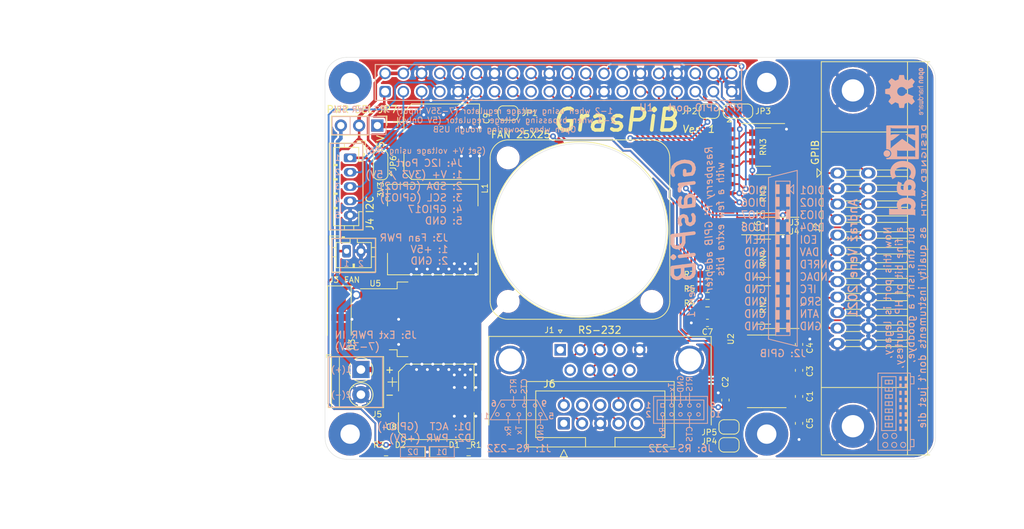
<source format=kicad_pcb>
(kicad_pcb (version 20171130) (host pcbnew 5.1.10)
  (title_block (title "GrasPiB - Ver. 1") (date 2021-11-19) (rev 2) (company "Andraž Vene") (comment 1 "Raspberry Pi GPIB, RS232 and Power supply HAT"))
  (layers (0 F.Cu signal) (31 B.Cu signal) (34 B.Paste user) (35 F.Paste user) (36 B.SilkS user) (37 F.SilkS user) (38 B.Mask user) (39 F.Mask user) (44 Edge.Cuts user))
  (net 0 "")
  (net 1 "Net-(C1-Pad1)")
  (net 2 "Net-(C1-Pad2)")
  (net 3 +3V3)
  (net 4 GND)
  (net 5 "Net-(C3-Pad1)")
  (net 6 "Net-(C3-Pad2)")
  (net 7 "Net-(C4-Pad2)")
  (net 8 "Net-(C5-Pad2)")
  (net 9 +5V)
  (net 10 /A_LED)
  (net 11 "Net-(J1-Pad1)")
  (net 12 /RS232_RX)
  (net 13 /RS232_TX)
  (net 14 "Net-(J1-Pad4)")
  (net 15 "Net-(J1-Pad6)")
  (net 16 /RS232_RTS)
  (net 17 /RS232_CTS)
  (net 18 "Net-(J1-Pad9)")
  (net 19 /GPIB_DIO1)
  (net 20 /GPIB_DIO2)
  (net 21 /GPIB_DIO3)
  (net 22 /GPIB_DIO4)
  (net 23 /GPIB_EOI)
  (net 24 /GPIB_DAV)
  (net 25 /GPIB_NRFD)
  (net 26 /GPIB_NDAC)
  (net 27 /GPIB_IFC)
  (net 28 /GPIB_SRQ)
  (net 29 /GPIB_ATN)
  (net 30 /GPIB_DIO5)
  (net 31 /GPIB_DIO6)
  (net 32 /GPIB_DIO7)
  (net 33 /GPIB_DIO8)
  (net 34 /GPIB_REN)
  (net 35 UART_RTS)
  (net 36 UART_CTS)
  (net 37 "Net-(JP2-Pad1)")
  (net 38 "Net-(JP3-Pad3)")
  (net 39 DIO3)
  (net 40 "Net-(JP4-Pad1)")
  (net 41 "Net-(JP5-Pad1)")
  (net 42 DIO2)
  (net 43 DIO4)
  (net 44 DIO1)
  (net 45 REN)
  (net 46 NRFD)
  (net 47 IFC)
  (net 48 NDAC)
  (net 49 DIO5)
  (net 50 DIO8)
  (net 51 DIO6)
  (net 52 DIO7)
  (net 53 ATN)
  (net 54 EOI)
  (net 55 SRQ)
  (net 56 DAV)
  (net 57 "Net-(U1-Pad28)")
  (net 58 "Net-(U1-Pad27)")
  (net 59 PE)
  (net 60 DC)
  (net 61 TE)
  (net 62 UART_RX)
  (net 63 UART_TX)
  (net 64 SCL)
  (net 65 SDA)
  (net 66 +12V)
  (net 67 "Net-(D3-Pad1)")
  (net 68 "Net-(J4-Pad1)")
  (net 69 "Net-(U1-Pad17)")
  (net 70 "Net-(D1-Pad2)")
  (net 71 "Net-(D2-Pad2)")
  (net 72 +5VP)
  (net 73 "Net-(J6-Pad10)")
  (net 74 "Net-(J6-Pad6)")
  (net 75 "Net-(J6-Pad4)")
  (net 76 "Net-(J6-Pad9)")
  (net 77 "Net-(J6-Pad1)")
  (net 78 GPIO17)
  (module Connector_JST:JST_PH_B5B-PH-K_1x05_P2.00mm_Vertical (layer F.Cu) (at 112 67.5 270)
    (fp_text reference J4 (at 9.25 -2.75 90) (layer F.SilkS))
    (fp_text value JST_PH)
    (pad 5 thru_hole oval (at 8 0 270) (size 1.2 1.75) (drill 0.75) (layers *.Cu *.Mask) (net 4 GND))
    (pad 4 thru_hole oval (at 6 0 270) (size 1.2 1.75) (drill 0.75) (layers *.Cu *.Mask) (net 78 GPIO17))
    (pad 3 thru_hole oval (at 4 0 270) (size 1.2 1.75) (drill 0.75) (layers *.Cu *.Mask) (net 64 SCL))
    (pad 2 thru_hole oval (at 2 0 270) (size 1.2 1.75) (drill 0.75) (layers *.Cu *.Mask) (net 65 SDA))
    (pad 1 thru_hole roundrect (at 0 0 270) (size 1.2 1.75) (drill 0.75) (layers *.Cu *.Mask) (roundrect_rratio 0.2083325) (net 68 "Net-(J4-Pad1)"))
  )
  (module RaspberryPi:RPi4_Hat (layer F.Cu) (at 141 57)
    (fp_text reference U1 (at 12.25 3.5) (layer B.SilkS))
    (fp_text value RPi_GPIO)
    (pad 1 thru_hole roundrect (at -24.13 1.27) (size 1.6 1.6) (drill 1.1) (layers *.Cu *.Mask) (net 3 +3V3))
    (pad 2 thru_hole circle (at -24.13 -1.27) (size 1.6 1.6) (drill 1.1) (layers *.Cu *.Mask) (net 9 +5V))
    (pad 3 thru_hole circle (at -21.59 1.27) (size 1.6 1.6) (drill 1.1) (layers *.Cu *.Mask) (net 65 SDA))
    (pad 4 thru_hole circle (at -21.59 -1.27) (size 1.6 1.6) (drill 1.1) (layers *.Cu *.Mask) (net 9 +5V))
    (pad 5 thru_hole circle (at -19.05 1.27) (size 1.6 1.6) (drill 1.1) (layers *.Cu *.Mask) (net 64 SCL))
    (pad 6 thru_hole circle (at -19.05 -1.27) (size 1.6 1.6) (drill 1.1) (layers *.Cu *.Mask) (net 4 GND))
    (pad 7 thru_hole circle (at -16.51 1.27) (size 1.6 1.6) (drill 1.1) (layers *.Cu *.Mask) (net 10 /A_LED))
    (pad 8 thru_hole circle (at -16.51 -1.27) (size 1.6 1.6) (drill 1.1) (layers *.Cu *.Mask) (net 63 UART_TX))
    (pad 9 thru_hole circle (at -13.97 1.27) (size 1.6 1.6) (drill 1.1) (layers *.Cu *.Mask) (net 4 GND))
    (pad 10 thru_hole circle (at -13.97 -1.27) (size 1.6 1.6) (drill 1.1) (layers *.Cu *.Mask) (net 62 UART_RX))
    (pad 11 thru_hole circle (at -11.43 1.27) (size 1.6 1.6) (drill 1.1) (layers *.Cu *.Mask) (net 78 GPIO17))
    (pad 12 thru_hole circle (at -11.43 -1.27) (size 1.6 1.6) (drill 1.1) (layers *.Cu *.Mask) (net 61 TE))
    (pad 13 thru_hole circle (at -8.89 1.27) (size 1.6 1.6) (drill 1.1) (layers *.Cu *.Mask) (net 45 REN))
    (pad 14 thru_hole circle (at -8.89 -1.27) (size 1.6 1.6) (drill 1.1) (layers *.Cu *.Mask) (net 4 GND))
    (pad 15 thru_hole circle (at -6.35 1.27) (size 1.6 1.6) (drill 1.1) (layers *.Cu *.Mask) (net 47 IFC))
    (pad 16 thru_hole circle (at -6.35 -1.27) (size 1.6 1.6) (drill 1.1) (layers *.Cu *.Mask) (net 48 NDAC))
    (pad 17 thru_hole circle (at -3.81 1.27) (size 1.6 1.6) (drill 1.1) (layers *.Cu *.Mask) (net 69 "Net-(U1-Pad17)"))
    (pad 18 thru_hole circle (at -3.81 -1.27) (size 1.6 1.6) (drill 1.1) (layers *.Cu *.Mask) (net 46 NRFD))
    (pad 19 thru_hole circle (at -1.27 1.27) (size 1.6 1.6) (drill 1.1) (layers *.Cu *.Mask) (net 56 DAV))
    (pad 20 thru_hole circle (at -1.27 -1.27) (size 1.6 1.6) (drill 1.1) (layers *.Cu *.Mask) (net 4 GND))
    (pad 21 thru_hole circle (at 1.27 1.27) (size 1.6 1.6) (drill 1.1) (layers *.Cu *.Mask) (net 54 EOI))
    (pad 22 thru_hole circle (at 1.27 -1.27) (size 1.6 1.6) (drill 1.1) (layers *.Cu *.Mask) (net 53 ATN))
    (pad 23 thru_hole circle (at 3.81 1.27) (size 1.6 1.6) (drill 1.1) (layers *.Cu *.Mask) (net 55 SRQ))
    (pad 24 thru_hole circle (at 3.81 -1.27) (size 1.6 1.6) (drill 1.1) (layers *.Cu *.Mask) (net 60 DC))
    (pad 25 thru_hole circle (at 6.35 1.27) (size 1.6 1.6) (drill 1.1) (layers *.Cu *.Mask) (net 4 GND))
    (pad 26 thru_hole circle (at 6.35 -1.27) (size 1.6 1.6) (drill 1.1) (layers *.Cu *.Mask) (net 59 PE))
    (pad 27 thru_hole circle (at 8.89 1.27) (size 1.6 1.6) (drill 1.1) (layers *.Cu *.Mask) (net 58 "Net-(U1-Pad27)"))
    (pad 28 thru_hole circle (at 8.89 -1.27) (size 1.6 1.6) (drill 1.1) (layers *.Cu *.Mask) (net 57 "Net-(U1-Pad28)"))
    (pad 29 thru_hole circle (at 11.43 1.27) (size 1.6 1.6) (drill 1.1) (layers *.Cu *.Mask) (net 50 DIO8))
    (pad 30 thru_hole circle (at 11.43 -1.27) (size 1.6 1.6) (drill 1.1) (layers *.Cu *.Mask) (net 4 GND))
    (pad 31 thru_hole circle (at 13.97 1.27) (size 1.6 1.6) (drill 1.1) (layers *.Cu *.Mask) (net 52 DIO7))
    (pad 32 thru_hole circle (at 13.97 -1.27) (size 1.6 1.6) (drill 1.1) (layers *.Cu *.Mask) (net 51 DIO6))
    (pad 33 thru_hole circle (at 16.51 1.27) (size 1.6 1.6) (drill 1.1) (layers *.Cu *.Mask) (net 49 DIO5))
    (pad 34 thru_hole circle (at 16.51 -1.27) (size 1.6 1.6) (drill 1.1) (layers *.Cu *.Mask) (net 4 GND))
    (pad 35 thru_hole circle (at 19.05 1.27) (size 1.6 1.6) (drill 1.1) (layers *.Cu *.Mask) (net 43 DIO4))
    (pad 36 thru_hole circle (at 19.05 -1.27) (size 1.6 1.6) (drill 1.1) (layers *.Cu *.Mask) (net 37 "Net-(JP2-Pad1)"))
    (pad 37 thru_hole circle (at 21.59 1.27) (size 1.6 1.6) (drill 1.1) (layers *.Cu *.Mask) (net 42 DIO2))
    (pad 38 thru_hole circle (at 21.59 -1.27) (size 1.6 1.6) (drill 1.1) (layers *.Cu *.Mask) (net 44 DIO1))
    (pad 39 thru_hole circle (at 24.13 1.27) (size 1.6 1.6) (drill 1.1) (layers *.Cu *.Mask) (net 4 GND))
    (pad 40 thru_hole circle (at 24.13 -1.27) (size 1.6 1.6) (drill 1.1) (layers *.Cu *.Mask) (net 38 "Net-(JP3-Pad3)"))
    (pad "" np_thru_hole circle (at -29 0) (size 6 6) (drill 2.7) (layers *.Cu *.Mask Dwgs.User))
    (pad "" np_thru_hole circle (at 29 0) (size 6 6) (drill 2.7) (layers *.Cu *.Mask Dwgs.User))
    (pad "" np_thru_hole circle (at -29 49) (size 6 6) (drill 2.7) (layers *.Cu *.Mask Dwgs.User))
    (pad "" np_thru_hole circle (at 29 49) (size 6 6) (drill 2.7) (layers *.Cu *.Mask Dwgs.User))
  )
  (module Resistor_SMD:R_0603_1608Metric_Pad0.98x0.95mm_HandSolder (layer F.Cu) (at 161.75 85.75)
    (fp_text reference R5 (at -2.5 0) (layer F.SilkS) (effects (font (size 0.8 0.8) (thickness 0.12))))
    (fp_text value 10k)
    (pad 2 smd roundrect (at 0.9125 0) (size 0.975 0.95) (layers F.Cu F.Paste F.Mask) (net 46 NRFD))
    (pad 1 smd roundrect (at -0.9125 0) (size 0.975 0.95) (layers F.Cu F.Paste F.Mask) (net 3 +3V3))
  )
  (module Resistor_SMD:R_0603_1608Metric_Pad0.98x0.95mm_HandSolder (layer F.Cu) (at 161.75 87.75)
    (fp_text reference R4 (at -2.5 0) (layer F.SilkS) (effects (font (size 0.8 0.8) (thickness 0.12))))
    (fp_text value 10k)
    (pad 2 smd roundrect (at 0.9125 0) (size 0.975 0.95) (layers F.Cu F.Paste F.Mask) (net 48 NDAC))
    (pad 1 smd roundrect (at -0.9125 0) (size 0.975 0.95) (layers F.Cu F.Paste F.Mask) (net 3 +3V3))
  )
  (module Resistor_SMD:R_0603_1608Metric_Pad0.98x0.95mm_HandSolder (layer F.Cu) (at 161.75 83.75)
    (fp_text reference R3 (at -2.5 0) (layer F.SilkS) (effects (font (size 0.8 0.8) (thickness 0.12))))
    (fp_text value 10k)
    (pad 2 smd roundrect (at 0.9125 0) (size 0.975 0.95) (layers F.Cu F.Paste F.Mask) (net 56 DAV))
    (pad 1 smd roundrect (at -0.9125 0) (size 0.975 0.95) (layers F.Cu F.Paste F.Mask) (net 3 +3V3))
  )
  (module Package_SO:SO-16_3.9x9.9mm_P1.27mm (layer F.Cu) (at 169.25 97.25 180)
    (fp_text reference U2 (at 4.25 4.5 90) (layer F.SilkS) (effects (font (size 0.8 0.8) (thickness 0.12))))
    (fp_text value MAX3232)
    (pad 1 smd roundrect (at -2.575 -4.445 180) (size 1.75 0.6) (layers F.Cu F.Paste F.Mask) (net 2 "Net-(C1-Pad2)"))
    (pad 2 smd roundrect (at -2.575 -3.175 180) (size 1.75 0.6) (layers F.Cu F.Paste F.Mask) (net 8 "Net-(C5-Pad2)"))
    (pad 3 smd roundrect (at -2.575 -1.905 180) (size 1.75 0.6) (layers F.Cu F.Paste F.Mask) (net 1 "Net-(C1-Pad1)"))
    (pad 4 smd roundrect (at -2.575 -0.635 180) (size 1.75 0.6) (layers F.Cu F.Paste F.Mask) (net 5 "Net-(C3-Pad1)"))
    (pad 5 smd roundrect (at -2.575 0.635 180) (size 1.75 0.6) (layers F.Cu F.Paste F.Mask) (net 6 "Net-(C3-Pad2)"))
    (pad 6 smd roundrect (at -2.575 1.905 180) (size 1.75 0.6) (layers F.Cu F.Paste F.Mask) (net 7 "Net-(C4-Pad2)"))
    (pad 7 smd roundrect (at -2.575 3.175 180) (size 1.75 0.6) (layers F.Cu F.Paste F.Mask) (net 40 "Net-(JP4-Pad1)"))
    (pad 8 smd roundrect (at -2.575 4.445 180) (size 1.75 0.6) (layers F.Cu F.Paste F.Mask) (net 41 "Net-(JP5-Pad1)"))
    (pad 9 smd roundrect (at 2.575 4.445 180) (size 1.75 0.6) (layers F.Cu F.Paste F.Mask) (net 35 UART_RTS))
    (pad 10 smd roundrect (at 2.575 3.175 180) (size 1.75 0.6) (layers F.Cu F.Paste F.Mask) (net 36 UART_CTS))
    (pad 11 smd roundrect (at 2.575 1.905 180) (size 1.75 0.6) (layers F.Cu F.Paste F.Mask) (net 63 UART_TX))
    (pad 12 smd roundrect (at 2.575 0.635 180) (size 1.75 0.6) (layers F.Cu F.Paste F.Mask) (net 62 UART_RX))
    (pad 13 smd roundrect (at 2.575 -0.635 180) (size 1.75 0.6) (layers F.Cu F.Paste F.Mask) (net 12 /RS232_RX))
    (pad 14 smd roundrect (at 2.575 -1.905 180) (size 1.75 0.6) (layers F.Cu F.Paste F.Mask) (net 13 /RS232_TX))
    (pad 15 smd roundrect (at 2.575 -3.175 180) (size 1.75 0.6) (layers F.Cu F.Paste F.Mask) (net 4 GND))
    (pad 16 smd roundrect (at 2.575 -4.445 180) (size 1.75 0.6) (layers F.Cu F.Paste F.Mask) (net 3 +3V3))
  )
  (module Symbol:KiCad-Logo2_5mm_SilkScreen (layer B.Cu) (at 189.25 69.25 270)
    (fp_text reference REF** hide)
    (fp_text value KiCad-Logo2_5mm_SilkScreen hide)
  )
  (module Symbol:OSHW-Logo2_7.3x6mm_SilkScreen (layer B.Cu) (at 189.25 58.25 270)
    (fp_text reference REF** hide)
    (fp_text value OSHW-Logo2_7.3x6mm_SilkScreen hide)
  )
  (module Connector_PinHeader_2.54mm:PinHeader_1x03_P2.54mm_Vertical (layer F.Cu) (at 115.79 63 270)
    (fp_text reference JP7 (at -2.25 -1.46 180) (layer F.SilkS))
    (fp_text value "PWR SEL")
    (pad 3 thru_hole oval (at 0 5.08 270) (size 1.7 1.7) (drill 1) (layers *.Cu *.Mask) (net 66 +12V))
    (pad 2 thru_hole oval (at 0 2.54 270) (size 1.7 1.7) (drill 1) (layers *.Cu *.Mask) (net 9 +5V))
    (pad 1 thru_hole rect (at 0 0 270) (size 1.7 1.7) (drill 1) (layers *.Cu *.Mask) (net 72 +5VP))
  )
  (module Connector_IDC:IDC-Header_2x05_P2.54mm_Vertical (layer F.Cu) (at 141.75 104.5 90)
    (fp_text reference J6 (at 5.5 -2 180) (layer F.SilkS))
    (fp_text value "10pin IDC")
    (pad 10 thru_hole circle (at 2.54 10.16 90) (size 1.7 1.7) (drill 1) (layers *.Cu *.Mask) (net 73 "Net-(J6-Pad10)"))
    (pad 8 thru_hole circle (at 2.54 7.62 90) (size 1.7 1.7) (drill 1) (layers *.Cu *.Mask) (net 17 /RS232_CTS))
    (pad 6 thru_hole circle (at 2.54 5.08 90) (size 1.7 1.7) (drill 1) (layers *.Cu *.Mask) (net 74 "Net-(J6-Pad6)"))
    (pad 4 thru_hole circle (at 2.54 2.54 90) (size 1.7 1.7) (drill 1) (layers *.Cu *.Mask) (net 75 "Net-(J6-Pad4)"))
    (pad 2 thru_hole circle (at 2.54 0 90) (size 1.7 1.7) (drill 1) (layers *.Cu *.Mask) (net 12 /RS232_RX))
    (pad 9 thru_hole circle (at 0 10.16 90) (size 1.7 1.7) (drill 1) (layers *.Cu *.Mask) (net 76 "Net-(J6-Pad9)"))
    (pad 7 thru_hole circle (at 0 7.62 90) (size 1.7 1.7) (drill 1) (layers *.Cu *.Mask) (net 16 /RS232_RTS))
    (pad 5 thru_hole circle (at 0 5.08 90) (size 1.7 1.7) (drill 1) (layers *.Cu *.Mask) (net 4 GND))
    (pad 3 thru_hole circle (at 0 2.54 90) (size 1.7 1.7) (drill 1) (layers *.Cu *.Mask) (net 13 /RS232_TX))
    (pad 1 thru_hole roundrect (at 0 0 90) (size 1.7 1.7) (drill 1) (layers *.Cu *.Mask) (roundrect_rratio 0.1470588235294118) (net 77 "Net-(J6-Pad1)"))
  )
  (module Package_SO:SO-20_12.8x7.5mm_P1.27mm (layer F.Cu) (at 169.5 84.75 180)
    (fp_text reference U4 (at -4.25 7) (layer F.SilkS) (effects (font (size 0.8 0.8) (thickness 0.12))))
    (fp_text value SN75161BDW)
    (pad 6 smd rect (at -4.75 0.635 180) (size 1.5 0.6) (layers F.Cu F.Paste F.Mask) (net 24 /GPIB_DAV))
    (pad 5 smd rect (at -4.75 -0.635 180) (size 1.5 0.6) (layers F.Cu F.Paste F.Mask) (net 25 /GPIB_NRFD))
    (pad 4 smd rect (at -4.75 -1.905 180) (size 1.5 0.6) (layers F.Cu F.Paste F.Mask) (net 26 /GPIB_NDAC))
    (pad 3 smd rect (at -4.75 -3.175 180) (size 1.5 0.6) (layers F.Cu F.Paste F.Mask) (net 27 /GPIB_IFC))
    (pad 2 smd rect (at -4.75 -4.445 180) (size 1.5 0.6) (layers F.Cu F.Paste F.Mask) (net 34 /GPIB_REN))
    (pad 1 smd rect (at -4.75 -5.715 180) (size 1.5 0.6) (layers F.Cu F.Paste F.Mask) (net 61 TE))
    (pad 7 smd rect (at -4.75 1.905 180) (size 1.5 0.6) (layers F.Cu F.Paste F.Mask) (net 23 /GPIB_EOI))
    (pad 8 smd rect (at -4.75 3.175 180) (size 1.5 0.6) (layers F.Cu F.Paste F.Mask) (net 29 /GPIB_ATN))
    (pad 9 smd rect (at -4.75 4.445 180) (size 1.5 0.6) (layers F.Cu F.Paste F.Mask) (net 28 /GPIB_SRQ))
    (pad 10 smd rect (at -4.75 5.715 180) (size 1.5 0.6) (layers F.Cu F.Paste F.Mask) (net 4 GND))
    (pad 11 smd rect (at 4.75 5.715 180) (size 1.5 0.6) (layers F.Cu F.Paste F.Mask) (net 60 DC))
    (pad 12 smd rect (at 4.75 4.445 180) (size 1.5 0.6) (layers F.Cu F.Paste F.Mask) (net 55 SRQ))
    (pad 13 smd rect (at 4.75 3.175 180) (size 1.5 0.6) (layers F.Cu F.Paste F.Mask) (net 53 ATN))
    (pad 14 smd rect (at 4.75 1.905 180) (size 1.5 0.6) (layers F.Cu F.Paste F.Mask) (net 54 EOI))
    (pad 15 smd rect (at 4.75 0.635 180) (size 1.5 0.6) (layers F.Cu F.Paste F.Mask) (net 56 DAV))
    (pad 16 smd rect (at 4.75 -0.635 180) (size 1.5 0.6) (layers F.Cu F.Paste F.Mask) (net 46 NRFD))
    (pad 17 smd rect (at 4.75 -1.905 180) (size 1.5 0.6) (layers F.Cu F.Paste F.Mask) (net 48 NDAC))
    (pad 18 smd rect (at 4.75 -3.175 180) (size 1.5 0.6) (layers F.Cu F.Paste F.Mask) (net 47 IFC))
    (pad 19 smd rect (at 4.75 -4.445 180) (size 1.5 0.6) (layers F.Cu F.Paste F.Mask) (net 45 REN))
    (pad 20 smd rect (at 4.75 -5.715 180) (size 1.5 0.6) (layers F.Cu F.Paste F.Mask) (net 9 +5V))
  )
  (module TerminalBlock_Phoenix:TerminalBlock_Phoenix_PT-1,5-2-3.5-H_1x02_P3.50mm_Horizontal (layer F.Cu) (at 113.5 97 270)
    (fp_text reference J5 (at 6.25 -2.25 180) (layer F.SilkS) (effects (font (size 0.8 0.8) (thickness 0.12))))
    (fp_text value "3,5mm Pitch")
    (pad 2 thru_hole circle (at 3.5 0 270) (size 2.4 2.4) (drill 1.2) (layers *.Cu *.Mask) (net 4 GND))
    (pad 1 thru_hole rect (at 0 0 270) (size 2.4 2.4) (drill 1.2) (layers *.Cu *.Mask) (net 66 +12V))
  )
  (module Inductor_SMD:L_Wuerth_WE-PD-Typ-LS (layer F.Cu) (at 123.5 77.5)
    (fp_text reference L1 (at 7.25 -5.75 90) (layer F.SilkS) (effects (font (size 0.8 0.8) (thickness 0.12))))
    (fp_text value 100uH)
    (pad 2 smd rect (at 4.95 0) (size 2.9 5.4) (layers F.Cu F.Paste F.Mask) (net 72 +5VP))
    (pad 1 smd rect (at -4.95 0) (size 2.9 5.4) (layers F.Cu F.Paste F.Mask) (net 67 "Net-(D3-Pad1)"))
  )
  (module Diode_SMD:D_SMA_Handsoldering (layer F.Cu) (at 110.5 89.75 270)
    (fp_text reference D3 (at 3.75 -1.75 90) (layer F.SilkS) (effects (font (size 0.8 0.8) (thickness 0.12))))
    (fp_text value SBRT5A50SA-13)
    (pad 2 smd rect (at 2.5 0 270) (size 3.5 1.8) (layers F.Cu F.Paste F.Mask) (net 4 GND))
    (pad 1 smd rect (at -2.5 0 270) (size 3.5 1.8) (layers F.Cu F.Paste F.Mask) (net 67 "Net-(D3-Pad1)"))
  )
  (module Package_TO_SOT_SMD:TO-263-5_TabPin3 (layer F.Cu) (at 121.5 90)
    (fp_text reference U5 (at -6 -5) (layer F.SilkS) (effects (font (size 0.8 0.8) (thickness 0.12))))
    (fp_text value LM2576S-5)
    (pad 3 smd rect (at 3.375 0) (size 9.4 10.8) (layers F.Cu F.Mask) (net 4 GND))
    (pad 5 smd rect (at -5.775 3.4) (size 4.6 1.1) (layers F.Cu F.Paste F.Mask) (net 4 GND))
    (pad 4 smd rect (at -5.775 1.7) (size 4.6 1.1) (layers F.Cu F.Paste F.Mask) (net 72 +5VP))
    (pad 3 smd rect (at -5.775 0) (size 4.6 1.1) (layers F.Cu F.Paste F.Mask) (net 4 GND))
    (pad 2 smd rect (at -5.775 -1.7) (size 4.6 1.1) (layers F.Cu F.Paste F.Mask) (net 67 "Net-(D3-Pad1)"))
    (pad 1 smd rect (at -5.775 -3.4) (size 4.6 1.1) (layers F.Cu F.Paste F.Mask) (net 66 +12V))
  )
  (module Jumper:SolderJumper-3_P1.3mm_Open_RoundedPad1.0x1.5mm (layer F.Cu) (at 116.25 68.5 90)
    (fp_text reference JP6 (at 0.25 1.75 90) (layer F.SilkS) (effects (font (size 0.8 0.8) (thickness 0.12))))
    (fp_text value V_Sel)
    (pad 2 smd rect (at 0 0 90) (size 1 1.5) (layers F.Cu F.Mask) (net 68 "Net-(J4-Pad1)"))
    (pad 3 smd custom (at 1.3 0 90) (size 1 0.5) (layers F.Cu F.Mask) (net 9 +5V) (options (clearance outline) (anchor rect)) (primitives (gr_circle (center 0 0.25) (end 0.5 0.25) (width 0)) (gr_circle (center 0 -0.25) (end 0.5 -0.25) (width 0)) (gr_poly (pts (xy -0.55 -0.75) (xy 0 -0.75) (xy 0 0.75) (xy -0.55 0.75)) (width 0))))
    (pad 1 smd custom (at -1.3 0 90) (size 1 0.5) (layers F.Cu F.Mask) (net 3 +3V3) (options (clearance outline) (anchor rect)) (primitives (gr_circle (center 0 0.25) (end 0.5 0.25) (width 0)) (gr_circle (center 0 -0.25) (end 0.5 -0.25) (width 0)) (gr_poly (pts (xy 0.55 -0.75) (xy 0 -0.75) (xy 0 0.75) (xy 0.55 0.75)) (width 0))))
  )
  (module Connector_JST:JST_PH_B2B-PH-K_1x02_P2.00mm_Vertical (layer F.Cu) (at 111.5 80.5)
    (fp_text reference J3 (at -1.75 4) (layer F.SilkS) (effects (font (size 0.8 0.8) (thickness 0.12))))
    (fp_text value JST_PH)
    (pad 2 thru_hole oval (at 2 0) (size 1.2 1.75) (drill 0.75) (layers *.Cu *.Mask) (net 4 GND))
    (pad 1 thru_hole roundrect (at 0 0) (size 1.2 1.75) (drill 0.75) (layers *.Cu *.Mask) (roundrect_rratio 0.2083325) (net 9 +5V))
  )
  (module MountingHole:MountingHole_2.7mm_M2.5 (layer F.Cu) (at 134 87.5)
    (fp_text reference H3 hide)
    (fp_text value M2,5)
    (pad 1 np_thru_hole circle (at 0 0) (size 2.7 2.7) (drill 2.7) (layers *.Cu *.Mask))
  )
  (module MountingHole:MountingHole_2.7mm_M2.5 (layer F.Cu) (at 134 67.5)
    (fp_text reference H2 hide)
    (fp_text value M2,5)
    (pad 1 np_thru_hole circle (at 0 0) (size 2.7 2.7) (drill 2.7) (layers *.Cu *.Mask))
  )
  (module MountingHole:MountingHole_2.7mm_M2.5 (layer F.Cu) (at 154 87.5)
    (fp_text reference H1 hide)
    (fp_text value M2,5)
    (pad 1 np_thru_hole circle (at 0 0) (size 2.7 2.7) (drill 2.7) (layers *.Cu *.Mask))
  )
  (module Capacitor_SMD:CP_Elec_10x10 (layer F.Cu) (at 124.75 65.25)
    (fp_text reference C9 (at 6.25 -3.25 90) (layer F.SilkS) (effects (font (size 0.8 0.8) (thickness 0.12))))
    (fp_text value "1000uF 10V")
    (pad 2 smd roundrect (at 4 0) (size 4 2.5) (layers F.Cu F.Paste F.Mask) (roundrect_rratio 0.1) (net 4 GND))
    (pad 1 smd roundrect (at -4 0) (size 4 2.5) (layers F.Cu F.Paste F.Mask) (roundrect_rratio 0.1) (net 72 +5VP))
  )
  (module Capacitor_SMD:CP_Elec_10x10 (layer F.Cu) (at 124 101.5)
    (fp_text reference C8 (at -6.25 3.5) (layer F.SilkS) (effects (font (size 0.8 0.8) (thickness 0.12))))
    (fp_text value "100uF 35V")
    (pad 2 smd roundrect (at 4 0) (size 4 2.5) (layers F.Cu F.Paste F.Mask) (roundrect_rratio 0.1) (net 4 GND))
    (pad 1 smd roundrect (at -4 0) (size 4 2.5) (layers F.Cu F.Paste F.Mask) (roundrect_rratio 0.1) (net 66 +12V))
  )
  (module Connector_GPIB:NorComp_112-024-213R001 (layer F.Cu) (at 182 81.5 90)
    (fp_text reference J2 (at 4.25 -5 90) (layer F.SilkS) (effects (font (size 0.8 0.8) (thickness 0.12))))
    (fp_text value Conn_GPIB)
    (pad 1 thru_hole oval (at 11.88 -2.145 270) (size 1.5 2) (drill 1) (layers *.Cu *.Mask) (net 19 /GPIB_DIO1))
    (pad 2 thru_hole oval (at 9.72 -2.145 270) (size 1.5 2) (drill 1) (layers *.Cu *.Mask) (net 20 /GPIB_DIO2))
    (pad 3 thru_hole oval (at 7.56 -2.145 270) (size 1.5 2) (drill 1) (layers *.Cu *.Mask) (net 21 /GPIB_DIO3))
    (pad 4 thru_hole oval (at 5.4 -2.145 270) (size 1.5 2) (drill 1) (layers *.Cu *.Mask) (net 22 /GPIB_DIO4))
    (pad 5 thru_hole oval (at 3.24 -2.145 270) (size 1.5 2) (drill 1) (layers *.Cu *.Mask) (net 23 /GPIB_EOI))
    (pad 6 thru_hole oval (at 1.08 -2.145 270) (size 1.5 2) (drill 1) (layers *.Cu *.Mask) (net 24 /GPIB_DAV))
    (pad 7 thru_hole oval (at -1.08 -2.145 270) (size 1.5 2) (drill 1) (layers *.Cu *.Mask) (net 25 /GPIB_NRFD))
    (pad 8 thru_hole oval (at -3.24 -2.145 270) (size 1.5 2) (drill 1) (layers *.Cu *.Mask) (net 26 /GPIB_NDAC))
    (pad 9 thru_hole oval (at -5.4 -2.145 270) (size 1.5 2) (drill 1) (layers *.Cu *.Mask) (net 27 /GPIB_IFC))
    (pad 10 thru_hole oval (at -7.56 -2.145 270) (size 1.5 2) (drill 1) (layers *.Cu *.Mask) (net 28 /GPIB_SRQ))
    (pad 11 thru_hole oval (at -9.72 -2.145 270) (size 1.5 2) (drill 1) (layers *.Cu *.Mask) (net 29 /GPIB_ATN))
    (pad 12 thru_hole oval (at -11.88 -2.145 270) (size 1.5 2) (drill 1) (layers *.Cu *.Mask) (net 4 GND))
    (pad 13 thru_hole oval (at 11.88 2.145 270) (size 1.5 2) (drill 1) (layers *.Cu *.Mask) (net 30 /GPIB_DIO5))
    (pad 14 thru_hole oval (at 9.72 2.145 270) (size 1.5 2) (drill 1) (layers *.Cu *.Mask) (net 31 /GPIB_DIO6))
    (pad 15 thru_hole oval (at 7.56 2.145 270) (size 1.5 2) (drill 1) (layers *.Cu *.Mask) (net 32 /GPIB_DIO7))
    (pad 16 thru_hole oval (at 5.4 2.145 270) (size 1.5 2) (drill 1) (layers *.Cu *.Mask) (net 33 /GPIB_DIO8))
    (pad 17 thru_hole oval (at 3.24 2.145 270) (size 1.5 2) (drill 1) (layers *.Cu *.Mask) (net 34 /GPIB_REN))
    (pad 18 thru_hole oval (at 1.08 2.145 270) (size 1.5 2) (drill 1) (layers *.Cu *.Mask) (net 4 GND))
    (pad 19 thru_hole oval (at -1.08 2.145 270) (size 1.5 2) (drill 1) (layers *.Cu *.Mask) (net 4 GND))
    (pad 20 thru_hole oval (at -3.24 2.145 270) (size 1.5 2) (drill 1) (layers *.Cu *.Mask) (net 4 GND))
    (pad 21 thru_hole oval (at -5.4 2.145 270) (size 1.5 2) (drill 1) (layers *.Cu *.Mask) (net 4 GND))
    (pad 22 thru_hole oval (at -7.56 2.145 270) (size 1.5 2) (drill 1) (layers *.Cu *.Mask) (net 4 GND))
    (pad 23 thru_hole oval (at -9.72 2.145 270) (size 1.5 2) (drill 1) (layers *.Cu *.Mask) (net 4 GND))
    (pad 24 thru_hole oval (at -11.88 2.145 270) (size 1.5 2) (drill 1) (layers *.Cu *.Mask) (net 4 GND))
    (pad 25 thru_hole circle (at -23.4 0 90) (size 6 6) (drill 3.1) (layers *.Cu *.Mask) (net 4 GND))
    (pad 25 thru_hole circle (at 23.4 0 90) (size 6 6) (drill 3.1) (layers *.Cu *.Mask) (net 4 GND))
  )
  (module Capacitor_SMD:C_0603_1608Metric_Pad1.08x0.95mm_HandSolder (layer F.Cu) (at 174.5 100.75 270)
    (fp_text reference C1 (at 0 -1.5 90) (layer F.SilkS) (effects (font (size 0.8 0.8) (thickness 0.12))))
    (fp_text value 100nF)
    (pad 1 smd roundrect (at -0.8625 0 270) (size 1.075 0.95) (layers F.Cu F.Paste F.Mask) (net 1 "Net-(C1-Pad1)"))
    (pad 2 smd roundrect (at 0.8625 0 270) (size 1.075 0.95) (layers F.Cu F.Paste F.Mask) (net 2 "Net-(C1-Pad2)"))
  )
  (module Capacitor_SMD:C_0603_1608Metric_Pad1.08x0.95mm_HandSolder (layer F.Cu) (at 164.25 101.25 270)
    (fp_text reference C2 (at -2.5 0 90) (layer F.SilkS) (effects (font (size 0.8 0.8) (thickness 0.12))))
    (fp_text value 100nF)
    (pad 2 smd roundrect (at 0.8625 0 270) (size 1.075 0.95) (layers F.Cu F.Paste F.Mask) (net 3 +3V3))
    (pad 1 smd roundrect (at -0.8625 0 270) (size 1.075 0.95) (layers F.Cu F.Paste F.Mask) (net 4 GND))
  )
  (module Capacitor_SMD:C_0603_1608Metric_Pad1.08x0.95mm_HandSolder (layer F.Cu) (at 174.5 97.1125 90)
    (fp_text reference C3 (at -0.1375 1.5 90) (layer F.SilkS) (effects (font (size 0.8 0.8) (thickness 0.12))))
    (fp_text value 470nF)
    (pad 1 smd roundrect (at -0.8625 0 90) (size 1.075 0.95) (layers F.Cu F.Paste F.Mask) (net 5 "Net-(C3-Pad1)"))
    (pad 2 smd roundrect (at 0.8625 0 90) (size 1.075 0.95) (layers F.Cu F.Paste F.Mask) (net 6 "Net-(C3-Pad2)"))
  )
  (module Capacitor_SMD:C_0603_1608Metric_Pad1.08x0.95mm_HandSolder (layer F.Cu) (at 174.5 93.5 270)
    (fp_text reference C4 (at 0.5 -1.5 90) (layer F.SilkS) (effects (font (size 0.8 0.8) (thickness 0.12))))
    (fp_text value 470nF)
    (pad 2 smd roundrect (at 0.8625 0 270) (size 1.075 0.95) (layers F.Cu F.Paste F.Mask) (net 7 "Net-(C4-Pad2)"))
    (pad 1 smd roundrect (at -0.8625 0 270) (size 1.075 0.95) (layers F.Cu F.Paste F.Mask) (net 4 GND))
  )
  (module Capacitor_SMD:C_0603_1608Metric_Pad1.08x0.95mm_HandSolder (layer F.Cu) (at 174.5 104.5 90)
    (fp_text reference C5 (at 0 1.5 90) (layer F.SilkS) (effects (font (size 0.8 0.8) (thickness 0.12))))
    (fp_text value 470nF)
    (pad 1 smd roundrect (at -0.8625 0 90) (size 1.075 0.95) (layers F.Cu F.Paste F.Mask) (net 4 GND))
    (pad 2 smd roundrect (at 0.8625 0 90) (size 1.075 0.95) (layers F.Cu F.Paste F.Mask) (net 8 "Net-(C5-Pad2)"))
  )
  (module Capacitor_SMD:C_0603_1608Metric_Pad1.08x0.95mm_HandSolder (layer F.Cu) (at 166.75 77 180)
    (fp_text reference C6 (at -2 0 90) (layer F.SilkS) (effects (font (size 0.8 0.8) (thickness 0.12))))
    (fp_text value 100nF)
    (pad 2 smd roundrect (at 0.8625 0 180) (size 1.075 0.95) (layers F.Cu F.Paste F.Mask) (net 9 +5V))
    (pad 1 smd roundrect (at -0.8625 0 180) (size 1.075 0.95) (layers F.Cu F.Paste F.Mask) (net 4 GND))
  )
  (module Capacitor_SMD:C_0603_1608Metric_Pad1.08x0.95mm_HandSolder (layer F.Cu) (at 161.75 90.5)
    (fp_text reference C7 (at 0 1.25) (layer F.SilkS) (effects (font (size 0.8 0.8) (thickness 0.12))))
    (fp_text value 100nF)
    (pad 1 smd roundrect (at -0.8625 0) (size 1.075 0.95) (layers F.Cu F.Paste F.Mask) (net 4 GND))
    (pad 2 smd roundrect (at 0.8625 0) (size 1.075 0.95) (layers F.Cu F.Paste F.Mask) (net 9 +5V))
  )
  (module LED_SMD:LED_0603_1608Metric_Pad1.05x0.95mm_HandSolder (layer F.Cu) (at 124.75 108.5)
    (fp_text reference D1 (at 1.75 -1 180) (layer F.SilkS) (effects (font (size 0.8 0.8) (thickness 0.12))))
    (fp_text value Yellow)
    (pad 1 smd roundrect (at -0.875 0) (size 1.05 0.95) (layers F.Cu F.Paste F.Mask) (net 4 GND))
    (pad 2 smd roundrect (at 0.875 0) (size 1.05 0.95) (layers F.Cu F.Paste F.Mask) (net 70 "Net-(D1-Pad2)"))
  )
  (module LED_SMD:LED_0603_1608Metric_Pad1.05x0.95mm_HandSolder (layer F.Cu) (at 120.75 108.5 180)
    (fp_text reference D2 (at 1.75 1) (layer F.SilkS) (effects (font (size 0.8 0.8) (thickness 0.12))))
    (fp_text value Green)
    (pad 2 smd roundrect (at 0.875 0 180) (size 1.05 0.95) (layers F.Cu F.Paste F.Mask) (net 71 "Net-(D2-Pad2)"))
    (pad 1 smd roundrect (at -0.875 0 180) (size 1.05 0.95) (layers F.Cu F.Paste F.Mask) (net 4 GND))
  )
  (module Connector_Dsub:DSUB-9_Male_Horizontal_P2.77x2.84mm_EdgePinOffset7.70mm_Housed_MountingHolesOffset9.12mm (layer F.Cu) (at 141.25 94.25)
    (fp_text reference J1 (at -1.5 -2.75) (layer F.SilkS) (effects (font (size 0.8 0.8) (thickness 0.12))))
    (fp_text value DB9_Male)
    (pad 1 thru_hole rect (at 0 0) (size 1.6 1.6) (drill 1) (layers *.Cu *.Mask) (net 11 "Net-(J1-Pad1)"))
    (pad 2 thru_hole circle (at 2.77 0) (size 1.6 1.6) (drill 1) (layers *.Cu *.Mask) (net 12 /RS232_RX))
    (pad 3 thru_hole circle (at 5.54 0) (size 1.6 1.6) (drill 1) (layers *.Cu *.Mask) (net 13 /RS232_TX))
    (pad 4 thru_hole circle (at 8.31 0) (size 1.6 1.6) (drill 1) (layers *.Cu *.Mask) (net 14 "Net-(J1-Pad4)"))
    (pad 5 thru_hole circle (at 11.08 0) (size 1.6 1.6) (drill 1) (layers *.Cu *.Mask) (net 4 GND))
    (pad 6 thru_hole circle (at 1.385 2.84) (size 1.6 1.6) (drill 1) (layers *.Cu *.Mask) (net 15 "Net-(J1-Pad6)"))
    (pad 7 thru_hole circle (at 4.155 2.84) (size 1.6 1.6) (drill 1) (layers *.Cu *.Mask) (net 16 /RS232_RTS))
    (pad 8 thru_hole circle (at 6.925 2.84) (size 1.6 1.6) (drill 1) (layers *.Cu *.Mask) (net 17 /RS232_CTS))
    (pad 9 thru_hole circle (at 9.695 2.84) (size 1.6 1.6) (drill 1) (layers *.Cu *.Mask) (net 18 "Net-(J1-Pad9)"))
    (pad 0 thru_hole circle (at -6.96 1.42) (size 4 4) (drill 3.2) (layers *.Cu *.Mask) (net 4 GND))
    (pad 0 thru_hole circle (at 18.04 1.42) (size 4 4) (drill 3.2) (layers *.Cu *.Mask) (net 4 GND))
  )
  (module Jumper:SolderJumper-2_P1.3mm_Open_RoundedPad1.0x1.5mm (layer F.Cu) (at 134 61.25 180)
    (fp_text reference JP1 (at -3 0) (layer F.SilkS) (effects (font (size 0.8 0.8) (thickness 0.12))))
    (fp_text value RTS_EN)
    (pad 1 smd custom (at -0.65 0 180) (size 1 0.5) (layers F.Cu F.Mask) (net 35 UART_RTS) (options (clearance outline) (anchor rect)) (primitives (gr_circle (center 0 0.25) (end 0.5 0.25) (width 0)) (gr_circle (center 0 -0.25) (end 0.5 -0.25) (width 0)) (gr_poly (pts (xy 0 -0.75) (xy 0.5 -0.75) (xy 0.5 0.75) (xy 0 0.75)) (width 0))))
    (pad 2 smd custom (at 0.65 0 180) (size 1 0.5) (layers F.Cu F.Mask) (net 78 GPIO17) (options (clearance outline) (anchor rect)) (primitives (gr_circle (center 0 0.25) (end 0.5 0.25) (width 0)) (gr_circle (center 0 -0.25) (end 0.5 -0.25) (width 0)) (gr_poly (pts (xy 0 -0.75) (xy -0.5 -0.75) (xy -0.5 0.75) (xy 0 0.75)) (width 0))))
  )
  (module Jumper:SolderJumper-2_P1.3mm_Open_RoundedPad1.0x1.5mm (layer F.Cu) (at 162 61 180)
    (fp_text reference JP2 (at 2.75 0) (layer F.SilkS) (effects (font (size 0.8 0.8) (thickness 0.12))))
    (fp_text value CTS_EN)
    (pad 2 smd custom (at 0.65 0 180) (size 1 0.5) (layers F.Cu F.Mask) (net 36 UART_CTS) (options (clearance outline) (anchor rect)) (primitives (gr_circle (center 0 0.25) (end 0.5 0.25) (width 0)) (gr_circle (center 0 -0.25) (end 0.5 -0.25) (width 0)) (gr_poly (pts (xy 0 -0.75) (xy -0.5 -0.75) (xy -0.5 0.75) (xy 0 0.75)) (width 0))))
    (pad 1 smd custom (at -0.65 0 180) (size 1 0.5) (layers F.Cu F.Mask) (net 37 "Net-(JP2-Pad1)") (options (clearance outline) (anchor rect)) (primitives (gr_circle (center 0 0.25) (end 0.5 0.25) (width 0)) (gr_circle (center 0 -0.25) (end 0.5 -0.25) (width 0)) (gr_poly (pts (xy 0 -0.75) (xy 0.5 -0.75) (xy 0.5 0.75) (xy 0 0.75)) (width 0))))
  )
  (module Jumper:SolderJumper-3_P1.3mm_Bridged12_RoundedPad1.0x1.5mm (layer F.Cu) (at 166 61)
    (fp_text reference JP3 (at 3.5 0) (layer F.SilkS) (effects (font (size 0.8 0.8) (thickness 0.12))))
    (fp_text value DIO3_RT)
    (fp_poly (pts (xy -0.9 -0.3) (xy -0.4 -0.3) (xy -0.4 0.3) (xy -0.9 0.3)) (layer F.Cu) (width 0))
    (pad 3 smd custom (at 1.3 0) (size 1 0.5) (layers F.Cu F.Mask) (net 38 "Net-(JP3-Pad3)") (options (clearance outline) (anchor rect)) (primitives (gr_circle (center 0 0.25) (end 0.5 0.25) (width 0)) (gr_circle (center 0 -0.25) (end 0.5 -0.25) (width 0)) (gr_poly (pts (xy -0.55 -0.75) (xy 0 -0.75) (xy 0 0.75) (xy -0.55 0.75)) (width 0))))
    (pad 2 smd rect (at 0 0) (size 1 1.5) (layers F.Cu F.Mask) (net 39 DIO3))
    (pad 1 smd custom (at -1.3 0) (size 1 0.5) (layers F.Cu F.Mask) (net 37 "Net-(JP2-Pad1)") (options (clearance outline) (anchor rect)) (primitives (gr_circle (center 0 0.25) (end 0.5 0.25) (width 0)) (gr_circle (center 0 -0.25) (end 0.5 -0.25) (width 0)) (gr_poly (pts (xy 0.55 -0.75) (xy 0 -0.75) (xy 0 0.75) (xy 0.55 0.75)) (width 0))))
  )
  (module Jumper:SolderJumper-2_P1.3mm_Open_RoundedPad1.0x1.5mm (layer F.Cu) (at 164.75 107.5 180)
    (fp_text reference JP4 (at 2.75 0.5 180) (layer F.SilkS) (effects (font (size 0.8 0.8) (thickness 0.12))))
    (fp_text value CTS_EN)
    (pad 2 smd custom (at 0.65 0 180) (size 1 0.5) (layers F.Cu F.Mask) (net 17 /RS232_CTS) (options (clearance outline) (anchor rect)) (primitives (gr_circle (center 0 0.25) (end 0.5 0.25) (width 0)) (gr_circle (center 0 -0.25) (end 0.5 -0.25) (width 0)) (gr_poly (pts (xy 0 -0.75) (xy -0.5 -0.75) (xy -0.5 0.75) (xy 0 0.75)) (width 0))))
    (pad 1 smd custom (at -0.65 0 180) (size 1 0.5) (layers F.Cu F.Mask) (net 40 "Net-(JP4-Pad1)") (options (clearance outline) (anchor rect)) (primitives (gr_circle (center 0 0.25) (end 0.5 0.25) (width 0)) (gr_circle (center 0 -0.25) (end 0.5 -0.25) (width 0)) (gr_poly (pts (xy 0 -0.75) (xy 0.5 -0.75) (xy 0.5 0.75) (xy 0 0.75)) (width 0))))
  )
  (module Jumper:SolderJumper-2_P1.3mm_Open_RoundedPad1.0x1.5mm (layer F.Cu) (at 164.75 105 180)
    (fp_text reference JP5 (at 2.75 -0.75) (layer F.SilkS) (effects (font (size 0.8 0.8) (thickness 0.12))))
    (fp_text value RTS_EN)
    (pad 1 smd custom (at -0.65 0 180) (size 1 0.5) (layers F.Cu F.Mask) (net 41 "Net-(JP5-Pad1)") (options (clearance outline) (anchor rect)) (primitives (gr_circle (center 0 0.25) (end 0.5 0.25) (width 0)) (gr_circle (center 0 -0.25) (end 0.5 -0.25) (width 0)) (gr_poly (pts (xy 0 -0.75) (xy 0.5 -0.75) (xy 0.5 0.75) (xy 0 0.75)) (width 0))))
    (pad 2 smd custom (at 0.65 0 180) (size 1 0.5) (layers F.Cu F.Mask) (net 16 /RS232_RTS) (options (clearance outline) (anchor rect)) (primitives (gr_circle (center 0 0.25) (end 0.5 0.25) (width 0)) (gr_circle (center 0 -0.25) (end 0.5 -0.25) (width 0)) (gr_poly (pts (xy 0 -0.75) (xy -0.5 -0.75) (xy -0.5 0.75) (xy 0 0.75)) (width 0))))
  )
  (module Resistor_SMD:R_0603_1608Metric_Pad0.98x0.95mm_HandSolder (layer F.Cu) (at 128.5 108.5 180)
    (fp_text reference R1 (at -1 1) (layer F.SilkS) (effects (font (size 0.8 0.8) (thickness 0.12))))
    (fp_text value 330)
    (pad 1 smd roundrect (at -0.9125 0 180) (size 0.975 0.95) (layers F.Cu F.Paste F.Mask) (net 10 /A_LED))
    (pad 2 smd roundrect (at 0.9125 0 180) (size 0.975 0.95) (layers F.Cu F.Paste F.Mask) (net 70 "Net-(D1-Pad2)"))
  )
  (module Resistor_SMD:R_0603_1608Metric_Pad0.98x0.95mm_HandSolder (layer F.Cu) (at 117 108.5 180)
    (fp_text reference R2 (at 1 1) (layer F.SilkS) (effects (font (size 0.8 0.8) (thickness 0.12))))
    (fp_text value 430)
    (pad 2 smd roundrect (at 0.9125 0 180) (size 0.975 0.95) (layers F.Cu F.Paste F.Mask) (net 9 +5V))
    (pad 1 smd roundrect (at -0.9125 0 180) (size 0.975 0.95) (layers F.Cu F.Paste F.Mask) (net 71 "Net-(D2-Pad2)"))
  )
  (module Resistor_SMD:R_Array_Convex_4x1206 (layer F.Cu) (at 169.5 72.5 180)
    (fp_text reference RN1 (at 0 0 90) (layer F.SilkS) (effects (font (size 0.8 0.8) (thickness 0.12))))
    (fp_text value 100)
    (pad 6 smd rect (at 1.5 0.66 180) (size 0.9 0.9) (layers F.Cu F.Paste F.Mask) (net 42 DIO2))
    (pad 5 smd rect (at 1.5 2 180) (size 0.9 0.9) (layers F.Cu F.Paste F.Mask) (net 44 DIO1))
    (pad 8 smd rect (at 1.5 -2 180) (size 0.9 0.9) (layers F.Cu F.Paste F.Mask) (net 43 DIO4))
    (pad 7 smd rect (at 1.5 -0.66 180) (size 0.9 0.9) (layers F.Cu F.Paste F.Mask) (net 39 DIO3))
    (pad 3 smd rect (at -1.5 0.66 180) (size 0.9 0.9) (layers F.Cu F.Paste F.Mask) (net 20 /GPIB_DIO2))
    (pad 2 smd rect (at -1.5 -0.66 180) (size 0.9 0.9) (layers F.Cu F.Paste F.Mask) (net 21 /GPIB_DIO3))
    (pad 4 smd rect (at -1.5 2 180) (size 0.9 0.9) (layers F.Cu F.Paste F.Mask) (net 19 /GPIB_DIO1))
    (pad 1 smd rect (at -1.5 -2 180) (size 0.9 0.9) (layers F.Cu F.Paste F.Mask) (net 22 /GPIB_DIO4))
  )
  (module Resistor_SMD:R_Array_Convex_4x1206 (layer F.Cu) (at 169.5 88 180)
    (fp_text reference RN2 (at 0 0 90) (layer F.SilkS) (effects (font (size 0.8 0.8) (thickness 0.12))))
    (fp_text value 100)
    (pad 1 smd rect (at -1.5 -2 180) (size 0.9 0.9) (layers F.Cu F.Paste F.Mask) (net 34 /GPIB_REN))
    (pad 4 smd rect (at -1.5 2 180) (size 0.9 0.9) (layers F.Cu F.Paste F.Mask) (net 25 /GPIB_NRFD))
    (pad 2 smd rect (at -1.5 -0.66 180) (size 0.9 0.9) (layers F.Cu F.Paste F.Mask) (net 27 /GPIB_IFC))
    (pad 3 smd rect (at -1.5 0.66 180) (size 0.9 0.9) (layers F.Cu F.Paste F.Mask) (net 26 /GPIB_NDAC))
    (pad 7 smd rect (at 1.5 -0.66 180) (size 0.9 0.9) (layers F.Cu F.Paste F.Mask) (net 47 IFC))
    (pad 8 smd rect (at 1.5 -2 180) (size 0.9 0.9) (layers F.Cu F.Paste F.Mask) (net 45 REN))
    (pad 5 smd rect (at 1.5 2 180) (size 0.9 0.9) (layers F.Cu F.Paste F.Mask) (net 46 NRFD))
    (pad 6 smd rect (at 1.5 0.66 180) (size 0.9 0.9) (layers F.Cu F.Paste F.Mask) (net 48 NDAC))
  )
  (module Resistor_SMD:R_Array_Convex_4x1206 (layer F.Cu) (at 169.5 66 180)
    (fp_text reference RN3 (at 0 0 90) (layer F.SilkS) (effects (font (size 0.8 0.8) (thickness 0.12))))
    (fp_text value 100)
    (pad 1 smd rect (at -1.5 -2 180) (size 0.9 0.9) (layers F.Cu F.Paste F.Mask) (net 33 /GPIB_DIO8))
    (pad 4 smd rect (at -1.5 2 180) (size 0.9 0.9) (layers F.Cu F.Paste F.Mask) (net 30 /GPIB_DIO5))
    (pad 2 smd rect (at -1.5 -0.66 180) (size 0.9 0.9) (layers F.Cu F.Paste F.Mask) (net 32 /GPIB_DIO7))
    (pad 3 smd rect (at -1.5 0.66 180) (size 0.9 0.9) (layers F.Cu F.Paste F.Mask) (net 31 /GPIB_DIO6))
    (pad 7 smd rect (at 1.5 -0.66 180) (size 0.9 0.9) (layers F.Cu F.Paste F.Mask) (net 52 DIO7))
    (pad 8 smd rect (at 1.5 -2 180) (size 0.9 0.9) (layers F.Cu F.Paste F.Mask) (net 50 DIO8))
    (pad 5 smd rect (at 1.5 2 180) (size 0.9 0.9) (layers F.Cu F.Paste F.Mask) (net 49 DIO5))
    (pad 6 smd rect (at 1.5 0.66 180) (size 0.9 0.9) (layers F.Cu F.Paste F.Mask) (net 51 DIO6))
  )
  (module Resistor_SMD:R_Array_Convex_4x1206 (layer F.Cu) (at 169.5 81.5 180)
    (fp_text reference RN4 (at 0 0 90) (layer F.SilkS) (effects (font (size 0.8 0.8) (thickness 0.12))))
    (fp_text value 100)
    (pad 6 smd rect (at 1.5 0.66 180) (size 0.9 0.9) (layers F.Cu F.Paste F.Mask) (net 53 ATN))
    (pad 5 smd rect (at 1.5 2 180) (size 0.9 0.9) (layers F.Cu F.Paste F.Mask) (net 55 SRQ))
    (pad 8 smd rect (at 1.5 -2 180) (size 0.9 0.9) (layers F.Cu F.Paste F.Mask) (net 56 DAV))
    (pad 7 smd rect (at 1.5 -0.66 180) (size 0.9 0.9) (layers F.Cu F.Paste F.Mask) (net 54 EOI))
    (pad 3 smd rect (at -1.5 0.66 180) (size 0.9 0.9) (layers F.Cu F.Paste F.Mask) (net 29 /GPIB_ATN))
    (pad 2 smd rect (at -1.5 -0.66 180) (size 0.9 0.9) (layers F.Cu F.Paste F.Mask) (net 23 /GPIB_EOI))
    (pad 4 smd rect (at -1.5 2 180) (size 0.9 0.9) (layers F.Cu F.Paste F.Mask) (net 28 /GPIB_SRQ))
    (pad 1 smd rect (at -1.5 -2 180) (size 0.9 0.9) (layers F.Cu F.Paste F.Mask) (net 24 /GPIB_DAV))
  )
  (module Package_SO:SO-20_12.8x7.5mm_P1.27mm (layer F.Cu) (at 169.5 69.25 180)
    (fp_text reference U3 (at -4.25 -7.25) (layer F.SilkS) (effects (font (size 0.8 0.8) (thickness 0.12))))
    (fp_text value SN75160BDW)
    (pad 20 smd rect (at 4.75 -5.715 180) (size 1.5 0.6) (layers F.Cu F.Paste F.Mask) (net 9 +5V))
    (pad 19 smd rect (at 4.75 -4.445 180) (size 1.5 0.6) (layers F.Cu F.Paste F.Mask) (net 43 DIO4))
    (pad 18 smd rect (at 4.75 -3.175 180) (size 1.5 0.6) (layers F.Cu F.Paste F.Mask) (net 39 DIO3))
    (pad 17 smd rect (at 4.75 -1.905 180) (size 1.5 0.6) (layers F.Cu F.Paste F.Mask) (net 42 DIO2))
    (pad 16 smd rect (at 4.75 -0.635 180) (size 1.5 0.6) (layers F.Cu F.Paste F.Mask) (net 44 DIO1))
    (pad 15 smd rect (at 4.75 0.635 180) (size 1.5 0.6) (layers F.Cu F.Paste F.Mask) (net 50 DIO8))
    (pad 14 smd rect (at 4.75 1.905 180) (size 1.5 0.6) (layers F.Cu F.Paste F.Mask) (net 52 DIO7))
    (pad 13 smd rect (at 4.75 3.175 180) (size 1.5 0.6) (layers F.Cu F.Paste F.Mask) (net 51 DIO6))
    (pad 12 smd rect (at 4.75 4.445 180) (size 1.5 0.6) (layers F.Cu F.Paste F.Mask) (net 49 DIO5))
    (pad 11 smd rect (at 4.75 5.715 180) (size 1.5 0.6) (layers F.Cu F.Paste F.Mask) (net 59 PE))
    (pad 10 smd rect (at -4.75 5.715 180) (size 1.5 0.6) (layers F.Cu F.Paste F.Mask) (net 4 GND))
    (pad 9 smd rect (at -4.75 4.445 180) (size 1.5 0.6) (layers F.Cu F.Paste F.Mask) (net 30 /GPIB_DIO5))
    (pad 8 smd rect (at -4.75 3.175 180) (size 1.5 0.6) (layers F.Cu F.Paste F.Mask) (net 31 /GPIB_DIO6))
    (pad 7 smd rect (at -4.75 1.905 180) (size 1.5 0.6) (layers F.Cu F.Paste F.Mask) (net 32 /GPIB_DIO7))
    (pad 1 smd rect (at -4.75 -5.715 180) (size 1.5 0.6) (layers F.Cu F.Paste F.Mask) (net 61 TE))
    (pad 2 smd rect (at -4.75 -4.445 180) (size 1.5 0.6) (layers F.Cu F.Paste F.Mask) (net 22 /GPIB_DIO4))
    (pad 3 smd rect (at -4.75 -3.175 180) (size 1.5 0.6) (layers F.Cu F.Paste F.Mask) (net 21 /GPIB_DIO3))
    (pad 4 smd rect (at -4.75 -1.905 180) (size 1.5 0.6) (layers F.Cu F.Paste F.Mask) (net 20 /GPIB_DIO2))
    (pad 5 smd rect (at -4.75 -0.635 180) (size 1.5 0.6) (layers F.Cu F.Paste F.Mask) (net 19 /GPIB_DIO1))
    (pad 6 smd rect (at -4.75 0.635 180) (size 1.5 0.6) (layers F.Cu F.Paste F.Mask) (net 33 /GPIB_DIO8))
  )
  (gr_line (start 117 61.75) (end 114.5 61.75) (layer B.SilkS) (width 0.12))
  (gr_line (start 117 64.25) (end 117 61.75) (layer B.SilkS) (width 0.12))
  (gr_line (start 114.5 64.25) (end 117 64.25) (layer B.SilkS) (width 0.12))
  (gr_text "Ver. 1" (at 160.5 63.5) (layer F.SilkS) (effects (font (size 1 1) (thickness 0.15) italic)))
  (gr_text 5 (at 110.25 75.5) (layer B.SilkS) (effects (font (size 0.8 0.8) (thickness 0.12)) (justify mirror)))
  (gr_line (start 109.5 83.5) (end 109.5 78.75) (layer B.SilkS) (width 0.12))
  (gr_line (start 115.5 83.5) (end 109.5 83.5) (layer B.SilkS) (width 0.12))
  (gr_line (start 115.5 78.75) (end 115.5 83.5) (layer B.SilkS) (width 0.12))
  (gr_line (start 109.5 78.75) (end 115.5 78.75) (layer B.SilkS) (width 0.12))
  (gr_line (start 109.25 77.5) (end 113.75 77.5) (layer B.SilkS) (width 0.12))
  (gr_text "Ver. 1" (at 159.5 87.5 90) (layer B.SilkS) (effects (font (size 1 1) (thickness 0.15) italic) (justify mirror)))
  (gr_text "Andraž Vene 2021" (at 182 81.5 90) (layer B.SilkS) (effects (font (size 1.2 1.2) (thickness 0.2)) (justify mirror)))
  (gr_text GrasPiB (at 158.5 76 90) (layer B.SilkS) (effects (font (size 3 3) (thickness 0.5) italic) (justify mirror)))
  (gr_text 9 (at 162 102) (layer B.SilkS) (effects (font (size 0.8 0.8)) (justify right mirror)))
  (gr_text 10 (at 162 103.25) (layer B.SilkS) (effects (font (size 0.8 0.8)) (justify right mirror)))
  (gr_text 2 (at 154 103.25) (layer B.SilkS) (effects (font (size 0.8 0.8)) (justify left mirror)))
  (gr_text 1 (at 154 102) (layer B.SilkS) (effects (font (size 0.8 0.8)) (justify left mirror)))
  (gr_line (start 136.25 101.75) (end 136.25 100.75) (layer B.SilkS) (width 0.12))
  (gr_line (start 134.75 101.75) (end 134.75 100.75) (layer B.SilkS) (width 0.12))
  (gr_line (start 134 103.5) (end 134 104.5) (layer B.SilkS) (width 0.12))
  (gr_line (start 135.5 103.5) (end 135.5 104.5) (layer B.SilkS) (width 0.12))
  (gr_line (start 138.5 103.5) (end 138.5 104.5) (layer B.SilkS) (width 0.12))
  (gr_text "J6: RS-232" (at 158 108) (layer B.SilkS) (effects (font (size 1 1)) (justify mirror)))
  (gr_line (start 159.25 101.75) (end 159.25 100.25) (layer B.SilkS) (width 0.12))
  (gr_line (start 158 101.75) (end 158 100.25) (layer B.SilkS) (width 0.12))
  (gr_line (start 156.75 101.75) (end 156.75 100.25) (layer B.SilkS) (width 0.12))
  (gr_line (start 155.5 103.5) (end 155.5 105) (layer B.SilkS) (width 0.12))
  (gr_line (start 159.25 103.5) (end 159.25 105) (layer B.SilkS) (width 0.12))
  (gr_line (start 158.75 100.75) (end 158.75 101.25) (layer B.SilkS) (width 0.12))
  (gr_line (start 157.25 101.25) (end 157.25 100.75) (layer B.SilkS) (width 0.12))
  (gr_line (start 154.25 104.5) (end 154.25 100.75) (layer B.SilkS) (width 0.12))
  (gr_line (start 161.75 104.5) (end 154.25 104.5) (layer B.SilkS) (width 0.12))
  (gr_line (start 161.75 100.75) (end 161.75 104.5) (layer B.SilkS) (width 0.12))
  (gr_line (start 154.25 100.75) (end 161.75 100.75) (layer B.SilkS) (width 0.12))
  (gr_text CTS (at 159.25 106 90) (layer B.SilkS) (effects (font (size 0.8 0.8) (thickness 0.12)) (justify mirror)))
  (gr_text RTS (at 159.25 99 90) (layer B.SilkS) (effects (font (size 0.8 0.8) (thickness 0.12)) (justify mirror)))
  (gr_text GND (at 158 99 90) (layer B.SilkS) (effects (font (size 0.8 0.8) (thickness 0.12)) (justify mirror)))
  (gr_text Tx (at 156.75 99.5 90) (layer B.SilkS) (effects (font (size 0.8 0.8) (thickness 0.12)) (justify mirror)))
  (gr_text Rx (at 155.5 105.75 90) (layer B.SilkS) (effects (font (size 0.8 0.8) (thickness 0.12)) (justify mirror)))
  (gr_line (start 161.25 101.25) (end 154.75 101.25) (layer B.SilkS) (width 0.12))
  (gr_line (start 161.25 104) (end 161.25 101.25) (layer B.SilkS) (width 0.12))
  (gr_line (start 154.75 104) (end 161.25 104) (layer B.SilkS) (width 0.12))
  (gr_line (start 154.75 101.25) (end 154.75 104) (layer B.SilkS) (width 0.12))
  (gr_circle (center 160.5 102) (end 160.5 102.25) (layer B.SilkS) (width 0.12))
  (gr_circle (center 160.5 103.25) (end 160.5 103.5) (layer B.SilkS) (width 0.12))
  (gr_circle (center 159.25 103.25) (end 159.25 103.5) (layer B.SilkS) (width 0.12))
  (gr_circle (center 159.25 102) (end 159.25 102.25) (layer B.SilkS) (width 0.12))
  (gr_circle (center 158 103.25) (end 158 103) (layer B.SilkS) (width 0.12))
  (gr_circle (center 158 102) (end 158 102.25) (layer B.SilkS) (width 0.12))
  (gr_circle (center 156.75 102) (end 156.75 102.25) (layer B.SilkS) (width 0.12))
  (gr_circle (center 156.75 103.25) (end 156.5 103.25) (layer B.SilkS) (width 0.12))
  (gr_circle (center 155.5 103.25) (end 155.75 103.25) (layer B.SilkS) (width 0.12))
  (gr_line (start 155.25 101.75) (end 155.25 102.25) (layer B.SilkS) (width 0.12))
  (gr_line (start 155.75 101.75) (end 155.25 101.75) (layer B.SilkS) (width 0.12))
  (gr_line (start 155.75 102.25) (end 155.75 101.75) (layer B.SilkS) (width 0.12))
  (gr_line (start 155.25 102.25) (end 155.75 102.25) (layer B.SilkS) (width 0.12))
  (gr_line (start 139.5 104) (end 131.5 104) (layer B.SilkS) (width 0.12))
  (gr_line (start 138 101.25) (end 139.5 104) (layer B.SilkS) (width 0.12))
  (gr_line (start 133 101.25) (end 138 101.25) (layer B.SilkS) (width 0.12))
  (gr_line (start 131.5 104) (end 133 101.25) (layer B.SilkS) (width 0.12))
  (gr_text "JP7 PWR SEL" (at 113.5 60.75) (layer B.SilkS) (effects (font (size 0.8 0.8)) (justify mirror)))
  (gr_text "1-2 when using voltage regulator (7-35V input)\n2-3 when bypassing voltage regulator (5V Only!) \nOpen when powering trough USB" (at 133.5 62.25) (layer B.SilkS) (effects (font (size 0.8 0.8) (thickness 0.12)) (justify mirror)))
  (gr_line (start 112 64.25) (end 112 61.75) (layer B.SilkS) (width 0.12))
  (gr_line (start 114.5 61.75) (end 109.5 61.75) (layer B.SilkS) (width 0.12))
  (gr_line (start 114.5 64.25) (end 114.5 61.75) (layer B.SilkS) (width 0.12))
  (gr_line (start 109.5 64.25) (end 114.5 64.25) (layer B.SilkS) (width 0.12))
  (gr_line (start 109.5 61.75) (end 109.5 64.25) (layer B.SilkS) (width 0.12))
  (gr_text "J4: I2C Port\n1: V+ (3V3 / 5V)\n2: SDA (GPIO2)\n3: SCL (GPIO3)\n4: GPIO17\n5: GND" (at 127.75 72.25) (layer B.SilkS) (effects (font (size 1 1)) (justify left mirror)))
  (gr_line (start 109 95.25) (end 116.5 95.25) (layer B.SilkS) (width 0.12))
  (gr_line (start 109 102.25) (end 109 95.25) (layer B.SilkS) (width 0.12))
  (gr_line (start 116.5 102.25) (end 109 102.25) (layer B.SilkS) (width 0.12))
  (gr_line (start 116.5 95.25) (end 116.5 102.25) (layer B.SilkS) (width 0.12))
  (gr_text "(Set V+ voltage using JP6)" (at 122.5 66.5) (layer B.SilkS) (effects (font (size 0.8 0.8) (thickness 0.12)) (justify mirror)))
  (gr_text "2(-)" (at 110.75 100.5) (layer B.SilkS) (effects (font (size 0.8 0.8) (thickness 0.12)) (justify mirror)))
  (gr_text "1(+)" (at 110.75 97) (layer B.SilkS) (effects (font (size 0.8 0.8) (thickness 0.12)) (justify mirror)))
  (gr_text 1 (at 111.5 82.25) (layer B.SilkS) (effects (font (size 0.8 0.8) (thickness 0.12)) (justify mirror)))
  (gr_text 2 (at 113.5 82.25) (layer B.SilkS) (effects (font (size 0.8 0.8) (thickness 0.12)) (justify mirror)))
  (gr_text 4 (at 110.25 73.5) (layer B.SilkS) (effects (font (size 0.8 0.8) (thickness 0.12)) (justify mirror)))
  (gr_text 3 (at 110.25 71.5) (layer B.SilkS) (effects (font (size 0.8 0.8) (thickness 0.12)) (justify mirror)))
  (gr_text 2 (at 110.25 69.5) (layer B.SilkS) (effects (font (size 0.8 0.8) (thickness 0.12)) (justify mirror)))
  (gr_text 1 (at 110.25 67.5) (layer B.SilkS) (effects (font (size 0.8 0.8) (thickness 0.12)) (justify mirror)))
  (gr_line (start 109.25 65.5) (end 109.25 77.5) (layer B.SilkS) (width 0.12))
  (gr_line (start 113.75 65.5) (end 109.25 65.5) (layer B.SilkS) (width 0.12))
  (gr_line (start 113.75 77.5) (end 113.75 65.5) (layer B.SilkS) (width 0.12))
  (gr_line (start 173.75 72.5) (end 173.25 72) (layer B.SilkS) (width 0.12))
  (gr_line (start 173.75 71.25) (end 173.75 72.5) (layer B.SilkS) (width 0.12))
  (gr_line (start 173.25 71.75) (end 173.75 71.25) (layer B.SilkS) (width 0.12))
  (gr_text 9 (at 139 101.75) (layer B.SilkS) (effects (font (size 0.8 0.8)) (justify mirror)))
  (gr_text 6 (at 132 101.75) (layer B.SilkS) (effects (font (size 0.8 0.8)) (justify mirror)))
  (gr_text 5 (at 140 103.5) (layer B.SilkS) (effects (font (size 0.8 0.8)) (justify mirror)))
  (gr_text 1 (at 131 103.5) (layer B.SilkS) (effects (font (size 0.8 0.8)) (justify mirror)))
  (gr_text "J1: RS-232" (at 135.5 108) (layer B.SilkS) (effects (font (size 1 1)) (justify mirror)))
  (gr_text RTS (at 134.75 100.5 90) (layer B.SilkS) (effects (font (size 0.8 0.8) (thickness 0.12)) (justify right mirror)))
  (gr_text CTS (at 136.25 100.5 90) (layer B.SilkS) (effects (font (size 0.8 0.8) (thickness 0.12)) (justify right mirror)))
  (gr_text GND (at 138.5 104.5 90) (layer B.SilkS) (effects (font (size 0.8 0.8) (thickness 0.12)) (justify left mirror)))
  (gr_text Tx (at 135.5 104.75 90) (layer B.SilkS) (effects (font (size 0.8 0.8) (thickness 0.12)) (justify left mirror)))
  (gr_text Rx (at 134 104.75 90) (layer B.SilkS) (effects (font (size 0.8 0.8) (thickness 0.12)) (justify left mirror)))
  (gr_circle (center 132.5 103.25) (end 132.75 103.25) (layer B.SilkS) (width 0.12))
  (gr_circle (center 138.5 103.25) (end 138.75 103.25) (layer B.SilkS) (width 0.12))
  (gr_circle (center 137 103.25) (end 137.25 103.25) (layer B.SilkS) (width 0.12))
  (gr_circle (center 135.5 103.25) (end 135.75 103.25) (layer B.SilkS) (width 0.12))
  (gr_circle (center 134 103.25) (end 134.25 103.25) (layer B.SilkS) (width 0.12))
  (gr_circle (center 137.75 102) (end 138 102) (layer B.SilkS) (width 0.12))
  (gr_circle (center 136.25 102) (end 136.5 102) (layer B.SilkS) (width 0.12))
  (gr_circle (center 134.75 102) (end 135 102) (layer B.SilkS) (width 0.12))
  (gr_circle (center 133.25 102) (end 133.5 102) (layer B.SilkS) (width 0.12))
  (gr_line (start 190.5 99) (end 190 99) (layer B.SilkS) (width 0.12))
  (gr_line (start 190.5 98) (end 190.5 99) (layer B.SilkS) (width 0.12))
  (gr_line (start 190 98) (end 190.5 98) (layer B.SilkS) (width 0.12))
  (gr_line (start 190.5 106.75) (end 190 106.75) (layer B.SilkS) (width 0.12))
  (gr_line (start 190.5 107.75) (end 190.5 106.75) (layer B.SilkS) (width 0.12))
  (gr_line (start 190 107.75) (end 190.5 107.75) (layer B.SilkS) (width 0.12))
  (gr_line (start 185.5 97.5) (end 185.5 108.25) (layer B.SilkS) (width 0.12))
  (gr_line (start 190 97.5) (end 185.5 97.5) (layer B.SilkS) (width 0.12))
  (gr_line (start 190 108.25) (end 190 97.5) (layer B.SilkS) (width 0.12))
  (gr_line (start 185.5 108.25) (end 190 108.25) (layer B.SilkS) (width 0.12))
  (gr_circle (center 189 107.5) (end 189.25 107.25) (layer B.SilkS) (width 0.12))
  (gr_circle (center 187.75 106.25) (end 188 106) (layer B.SilkS) (width 0.12))
  (gr_circle (center 187.75 107.5) (end 188 107.25) (layer B.SilkS) (width 0.12))
  (gr_circle (center 186.5 106.25) (end 186.75 106) (layer B.SilkS) (width 0.12))
  (gr_circle (center 186.5 107.5) (end 186.75 107.25) (layer B.SilkS) (width 0.12))
  (gr_poly (pts (xy 189.5 103) (xy 189.5 103.5) (xy 189.25 103.5) (xy 189.25 103)) (layer B.SilkS) (width 0.1))
  (gr_poly (pts (xy 189.5 104) (xy 189.5 104.5) (xy 189.25 104.5) (xy 189.25 104)) (layer B.SilkS) (width 0.1))
  (gr_poly (pts (xy 189.5 98) (xy 189.5 98.5) (xy 189.25 98.5) (xy 189.25 98)) (layer B.SilkS) (width 0.1))
  (gr_poly (pts (xy 189.5 99) (xy 189.5 99.5) (xy 189.25 99.5) (xy 189.25 99)) (layer B.SilkS) (width 0.1))
  (gr_poly (pts (xy 189.5 100) (xy 189.5 100.5) (xy 189.25 100.5) (xy 189.25 100)) (layer B.SilkS) (width 0.1))
  (gr_poly (pts (xy 189.5 102) (xy 189.5 102.5) (xy 189.25 102.5) (xy 189.25 102)) (layer B.SilkS) (width 0.1))
  (gr_poly (pts (xy 189.5 101) (xy 189.5 101.5) (xy 189.25 101.5) (xy 189.25 101)) (layer B.SilkS) (width 0.1))
  (gr_poly (pts (xy 189.5 105) (xy 189.5 105.5) (xy 189.25 105.5) (xy 189.25 105)) (layer B.SilkS) (width 0.1))
  (gr_poly (pts (xy 188.75 98) (xy 188.75 98.5) (xy 188.5 98.5) (xy 188.5 98)) (layer B.SilkS) (width 0.1))
  (gr_poly (pts (xy 188.75 99) (xy 188.75 99.5) (xy 188.5 99.5) (xy 188.5 99)) (layer B.SilkS) (width 0.1))
  (gr_poly (pts (xy 188.75 100) (xy 188.75 100.5) (xy 188.5 100.5) (xy 188.5 100)) (layer B.SilkS) (width 0.1))
  (gr_poly (pts (xy 188.75 101) (xy 188.75 101.5) (xy 188.5 101.5) (xy 188.5 101)) (layer B.SilkS) (width 0.1))
  (gr_poly (pts (xy 188.75 102) (xy 188.75 102.5) (xy 188.5 102.5) (xy 188.5 102)) (layer B.SilkS) (width 0.1))
  (gr_poly (pts (xy 188.75 103) (xy 188.75 103.5) (xy 188.5 103.5) (xy 188.5 103)) (layer B.SilkS) (width 0.1))
  (gr_poly (pts (xy 188.75 104) (xy 188.75 104.5) (xy 188.5 104.5) (xy 188.5 104)) (layer B.SilkS) (width 0.1))
  (gr_poly (pts (xy 188.75 105) (xy 188.75 105.5) (xy 188.5 105.5) (xy 188.5 105)) (layer B.SilkS) (width 0.1))
  (gr_line (start 186 105.25) (end 186 105.5) (layer B.SilkS) (width 0.12))
  (gr_line (start 186 98) (end 186 105.25) (layer B.SilkS) (width 0.12))
  (gr_line (start 188 98) (end 186 98) (layer B.SilkS) (width 0.12))
  (gr_line (start 188 105.5) (end 188 98) (layer B.SilkS) (width 0.12))
  (gr_line (start 186 105.5) (end 188 105.5) (layer B.SilkS) (width 0.12))
  (gr_line (start 186.5 98.5) (end 186.5 99) (layer B.SilkS) (width 0.12))
  (gr_line (start 186.5 99) (end 187 99) (layer B.SilkS) (width 0.12))
  (gr_line (start 187.5 98.5) (end 187 98.5) (layer B.SilkS) (width 0.12))
  (gr_line (start 187.5 99) (end 187.5 98.5) (layer B.SilkS) (width 0.12))
  (gr_line (start 187 99) (end 187.5 99) (layer B.SilkS) (width 0.12))
  (gr_line (start 187 99) (end 187 98.5) (layer B.SilkS) (width 0.12))
  (gr_line (start 187 98.5) (end 186.5 98.5) (layer B.SilkS) (width 0.12))
  (gr_line (start 186.5 100) (end 187 100) (layer B.SilkS) (width 0.12))
  (gr_line (start 187 99.5) (end 186.5 99.5) (layer B.SilkS) (width 0.12))
  (gr_line (start 187.5 99.5) (end 187 99.5) (layer B.SilkS) (width 0.12))
  (gr_line (start 187 100) (end 187 99.5) (layer B.SilkS) (width 0.12))
  (gr_line (start 187.5 100) (end 187.5 99.5) (layer B.SilkS) (width 0.12))
  (gr_line (start 187 100) (end 187.5 100) (layer B.SilkS) (width 0.12))
  (gr_line (start 186.5 99.5) (end 186.5 100) (layer B.SilkS) (width 0.12))
  (gr_line (start 187 101) (end 187 100.5) (layer B.SilkS) (width 0.12))
  (gr_line (start 186.5 101) (end 187 101) (layer B.SilkS) (width 0.12))
  (gr_line (start 187.5 100.5) (end 187 100.5) (layer B.SilkS) (width 0.12))
  (gr_line (start 187 101) (end 187.5 101) (layer B.SilkS) (width 0.12))
  (gr_line (start 186.5 100.5) (end 186.5 101) (layer B.SilkS) (width 0.12))
  (gr_line (start 187 100.5) (end 186.5 100.5) (layer B.SilkS) (width 0.12))
  (gr_line (start 187.5 101) (end 187.5 100.5) (layer B.SilkS) (width 0.12))
  (gr_line (start 187 102) (end 187 101.5) (layer B.SilkS) (width 0.12))
  (gr_line (start 187.5 102) (end 187.5 101.5) (layer B.SilkS) (width 0.12))
  (gr_line (start 187.5 101.5) (end 187 101.5) (layer B.SilkS) (width 0.12))
  (gr_line (start 187 102) (end 187.5 102) (layer B.SilkS) (width 0.12))
  (gr_line (start 186.5 102) (end 187 102) (layer B.SilkS) (width 0.12))
  (gr_line (start 187 101.5) (end 186.5 101.5) (layer B.SilkS) (width 0.12))
  (gr_line (start 186.5 101.5) (end 186.5 102) (layer B.SilkS) (width 0.12))
  (gr_line (start 187.5 103) (end 187.5 102.5) (layer B.SilkS) (width 0.12))
  (gr_line (start 187 103) (end 187 102.5) (layer B.SilkS) (width 0.12))
  (gr_line (start 187 102.5) (end 186.5 102.5) (layer B.SilkS) (width 0.12))
  (gr_line (start 187.5 102.5) (end 187 102.5) (layer B.SilkS) (width 0.12))
  (gr_line (start 187 103) (end 187.5 103) (layer B.SilkS) (width 0.12))
  (gr_line (start 186.5 102.5) (end 186.5 103) (layer B.SilkS) (width 0.12))
  (gr_line (start 186.5 103) (end 187 103) (layer B.SilkS) (width 0.12))
  (gr_line (start 186.5 103.5) (end 186.5 104) (layer B.SilkS) (width 0.12))
  (gr_line (start 187.5 104) (end 187.5 103.5) (layer B.SilkS) (width 0.12))
  (gr_line (start 187 104) (end 187.5 104) (layer B.SilkS) (width 0.12))
  (gr_line (start 187 104) (end 187 103.5) (layer B.SilkS) (width 0.12))
  (gr_line (start 186.5 104) (end 187 104) (layer B.SilkS) (width 0.12))
  (gr_line (start 187 103.5) (end 186.5 103.5) (layer B.SilkS) (width 0.12))
  (gr_line (start 187.5 103.5) (end 187 103.5) (layer B.SilkS) (width 0.12))
  (gr_line (start 187.5 104.5) (end 187 104.5) (layer B.SilkS) (width 0.12))
  (gr_line (start 187.5 105) (end 187.5 104.5) (layer B.SilkS) (width 0.12))
  (gr_line (start 187 105) (end 187.5 105) (layer B.SilkS) (width 0.12))
  (gr_line (start 186.5 104.5) (end 186.5 105) (layer B.SilkS) (width 0.12))
  (gr_line (start 187 104.5) (end 186.5 104.5) (layer B.SilkS) (width 0.12))
  (gr_line (start 187 105) (end 187 104.5) (layer B.SilkS) (width 0.12))
  (gr_line (start 186.5 105) (end 187 105) (layer B.SilkS) (width 0.12))
  (gr_text D2 (at 120.75 108.5) (layer B.SilkS) (effects (font (size 0.8 0.8) (thickness 0.12)) (justify mirror)))
  (gr_text D1 (at 124.75 108.5) (layer B.SilkS) (effects (font (size 0.8 0.8) (thickness 0.12)) (justify mirror)))
  (gr_line (start 119 107.75) (end 122.5 107.75) (layer B.SilkS) (width 0.12))
  (gr_line (start 119 109.25) (end 119 107.75) (layer B.SilkS) (width 0.12))
  (gr_line (start 122.5 109.25) (end 119 109.25) (layer B.SilkS) (width 0.12))
  (gr_line (start 122.5 107.75) (end 122.5 109.25) (layer B.SilkS) (width 0.12))
  (gr_line (start 123 109.25) (end 123 107.75) (layer B.SilkS) (width 0.12))
  (gr_line (start 126.5 109.25) (end 123 109.25) (layer B.SilkS) (width 0.12))
  (gr_line (start 126.5 107.75) (end 126.5 109.25) (layer B.SilkS) (width 0.12))
  (gr_line (start 123 107.75) (end 126.5 107.75) (layer B.SilkS) (width 0.12))
  (gr_text "J2: GPIB" (at 172.25 94.75) (layer B.SilkS) (effects (font (size 1 1)) (justify mirror)))
  (gr_line (start 174.25 93.75) (end 174.25 69.25) (layer B.SilkS) (width 0.12))
  (gr_line (start 170.25 70.25) (end 174.25 69.25) (layer B.SilkS) (width 0.12))
  (gr_line (start 170.25 70.25) (end 170.25 92.75) (layer B.SilkS) (width 0.12))
  (gr_line (start 174.25 93.75) (end 170.25 92.75) (layer B.SilkS) (width 0.12))
  (gr_line (start 171.25 92.25) (end 171.25 70.75) (layer B.SilkS) (width 0.12))
  (gr_line (start 173.25 92.25) (end 171.25 92.25) (layer B.SilkS) (width 0.12))
  (gr_line (start 173.25 70.75) (end 173.25 92.25) (layer B.SilkS) (width 0.12))
  (gr_line (start 171.25 70.75) (end 173.25 70.75) (layer B.SilkS) (width 0.12))
  (gr_poly (pts (xy 173.25 79.5) (xy 172.75 79.5) (xy 172.75 78.25) (xy 173.25 78.25)) (layer B.SilkS) (width 0.1))
  (gr_poly (pts (xy 173.25 83) (xy 172.75 83) (xy 172.75 81.75) (xy 173.25 81.75)) (layer B.SilkS) (width 0.1))
  (gr_poly (pts (xy 173.25 76) (xy 172.75 76) (xy 172.75 74.75) (xy 173.25 74.75)) (layer B.SilkS) (width 0.1))
  (gr_poly (pts (xy 173.25 74.25) (xy 172.75 74.25) (xy 172.75 73) (xy 173.25 73)) (layer B.SilkS) (width 0.1))
  (gr_poly (pts (xy 173.25 77.75) (xy 172.75 77.75) (xy 172.75 76.5) (xy 173.25 76.5)) (layer B.SilkS) (width 0.1))
  (gr_poly (pts (xy 173.25 86.5) (xy 172.75 86.5) (xy 172.75 85.25) (xy 173.25 85.25)) (layer B.SilkS) (width 0.1))
  (gr_poly (pts (xy 173.25 81.25) (xy 172.75 81.25) (xy 172.75 80) (xy 173.25 80)) (layer B.SilkS) (width 0.1))
  (gr_poly (pts (xy 173.25 84.75) (xy 172.75 84.75) (xy 172.75 83.5) (xy 173.25 83.5)) (layer B.SilkS) (width 0.1))
  (gr_poly (pts (xy 173.25 72.5) (xy 172.75 72.5) (xy 172.75 71.25) (xy 173.25 71.25)) (layer B.SilkS) (width 0.1))
  (gr_poly (pts (xy 173.25 90) (xy 172.75 90) (xy 172.75 88.75) (xy 173.25 88.75)) (layer B.SilkS) (width 0.1))
  (gr_poly (pts (xy 173.25 88.25) (xy 172.75 88.25) (xy 172.75 87) (xy 173.25 87)) (layer B.SilkS) (width 0.1))
  (gr_poly (pts (xy 173.25 91.75) (xy 172.75 91.75) (xy 172.75 90.5) (xy 173.25 90.5)) (layer B.SilkS) (width 0.1))
  (gr_poly (pts (xy 171.75 91.75) (xy 171.25 91.75) (xy 171.25 90.5) (xy 171.75 90.5)) (layer B.SilkS) (width 0.1))
  (gr_poly (pts (xy 171.75 90) (xy 171.25 90) (xy 171.25 88.75) (xy 171.75 88.75)) (layer B.SilkS) (width 0.1))
  (gr_poly (pts (xy 171.75 88.25) (xy 171.25 88.25) (xy 171.25 87) (xy 171.75 87)) (layer B.SilkS) (width 0.1))
  (gr_poly (pts (xy 171.75 86.5) (xy 171.25 86.5) (xy 171.25 85.25) (xy 171.75 85.25)) (layer B.SilkS) (width 0.1))
  (gr_poly (pts (xy 171.75 84.75) (xy 171.25 84.75) (xy 171.25 83.5) (xy 171.75 83.5)) (layer B.SilkS) (width 0.1))
  (gr_poly (pts (xy 171.75 83) (xy 171.25 83) (xy 171.25 81.75) (xy 171.75 81.75)) (layer B.SilkS) (width 0.1))
  (gr_poly (pts (xy 171.75 81.25) (xy 171.25 81.25) (xy 171.25 80) (xy 171.75 80)) (layer B.SilkS) (width 0.1))
  (gr_poly (pts (xy 171.75 79.5) (xy 171.25 79.5) (xy 171.25 78.25) (xy 171.75 78.25)) (layer B.SilkS) (width 0.1))
  (gr_poly (pts (xy 171.75 77.75) (xy 171.25 77.75) (xy 171.25 76.5) (xy 171.75 76.5)) (layer B.SilkS) (width 0.1))
  (gr_poly (pts (xy 171.75 76) (xy 171.25 76) (xy 171.25 74.75) (xy 171.75 74.75)) (layer B.SilkS) (width 0.1))
  (gr_poly (pts (xy 171.75 74.25) (xy 171.25 74.25) (xy 171.25 73) (xy 171.75 73)) (layer B.SilkS) (width 0.1))
  (gr_poly (pts (xy 171.75 72.5) (xy 171.25 72.5) (xy 171.25 71.25) (xy 171.75 71.25)) (layer B.SilkS) (width 0.1))
  (gr_text "DIO5\nDIO6\nDIO7\nDIO8\nREN\nGND\nGND\nGND\nGND\nGND\nGND\nGND" (at 170 81.5) (layer B.SilkS) (effects (font (size 1.07 1)) (justify left mirror)))
  (gr_text "DIO1\nDIO2\nDIO3\nDIO4\nEOI\nDAV\nNRFD\nNDAC\nIFC\nSRQ\nATN\nGND" (at 174.5 81.5) (layer B.SilkS) (effects (font (size 1.07 1)) (justify right mirror)))
  (gr_text "D1: ACT  (GPIO4)\nD2: PWR (+5V)\n" (at 129 105.75) (layer B.SilkS) (effects (font (size 1 1)) (justify left mirror)))
  (gr_text "J5: Ext PWR IN\n(7-35V)" (at 109.75 93) (layer B.SilkS) (effects (font (size 1 1)) (justify right mirror)))
  (gr_text "RPi GPIO port" (at 161.5 60.5) (layer B.SilkS) (effects (font (size 1 1)) (justify mirror)))
  (gr_line (start 166.5 54.5) (end 115.5 54.5) (layer B.SilkS) (width 0.12))
  (gr_line (start 166.5 59.5) (end 166.5 54.5) (layer B.SilkS) (width 0.12))
  (gr_line (start 115.5 59.5) (end 166.5 59.5) (layer B.SilkS) (width 0.12))
  (gr_line (start 115.5 54.5) (end 115.5 59.5) (layer B.SilkS) (width 0.12))
  (gr_text "J3: Fan PWR\n1: +5V\n2: GND" (at 125.75 80.25) (layer B.SilkS) (effects (font (size 1 1)) (justify left mirror)))
  (gr_text "Raspberry Pi GPIB adapter\nwith a few extra bits" (at 162.75 76 90) (layer B.SilkS) (effects (font (size 1 1) (thickness 0.15) italic) (justify mirror)))
  (gr_text GrasPiB (at 149 62.25) (layer F.SilkS) (effects (font (size 3 3) (thickness 0.5) italic)))
  (gr_text GPIB (at 176.75 66.75 90) (layer F.SilkS) (effects (font (size 1 1))))
  (gr_text "Now this port is legacy,\na fine bit of HP courtesy,\nbut this isn't a goodbye,\nas quality instruments don't just die " (at 189.25 77 90) (layer B.SilkS) (effects (font (size 1 1)) (justify left mirror)))
  (gr_text - (at 117.5 100.5) (layer F.SilkS) (effects (font (size 1 1))))
  (gr_text + (at 117.5 97) (layer F.SilkS) (effects (font (size 1 1))))
  (gr_text RS-232 (at 146.75 91.5) (layer F.SilkS) (effects (font (size 1 1))))
  (gr_text "PWR SEL" (at 112 60.75) (layer F.SilkS) (effects (font (size 1 1))))
  (gr_text 3V3 (at 116.25 70.75 90) (layer F.SilkS) (effects (font (size 0.8 0.8) (thickness 0.12)) (justify right)))
  (gr_text 5V (at 116.25 66.25 90) (layer F.SilkS) (effects (font (size 1 1)) (justify left)))
  (gr_text I2C (at 114.75 74 90) (layer F.SilkS) (effects (font (size 1 1))))
  (gr_text FAN (at 112.25 84.5) (layer F.SilkS) (effects (font (size 0.8 0.8) (thickness 0.12))))
  (gr_text "FAN 25X25" (at 135.75 64.25) (layer F.SilkS) (effects (font (size 1 1))))
  (gr_line (start 131.5 87.5) (end 131.5 67.5) (layer F.SilkS) (width 0.12))
  (gr_line (start 154 90) (end 134 90) (layer F.SilkS) (width 0.12))
  (gr_line (start 156.5 87.5) (end 156.5 67.5) (layer F.SilkS) (width 0.12))
  (gr_line (start 134 65) (end 154 65) (layer F.SilkS) (width 0.12))
  (gr_circle (center 144 77.5) (end 144 65.25) (layer F.SilkS) (width 0.12))
  (gr_arc (start 134 87.5) (end 131.5 87.5) (angle -90) (layer F.SilkS) (width 0.12))
  (gr_arc (start 154 87.5) (end 154 90) (angle -90) (layer F.SilkS) (width 0.12))
  (gr_arc (start 154 67.5) (end 156.5 67.5) (angle -90) (layer F.SilkS) (width 0.12))
  (gr_arc (start 134 67.5) (end 134 65) (angle -90) (layer F.SilkS) (width 0.12))
  (gr_circle (center 144 77.5) (end 144 65.5) (layer Edge.Cuts) (width 0.05))
  (gr_line (start 108.5 56.5) (end 108.5 106.5) (layer Edge.Cuts) (width 0.05))
  (gr_line (start 190.5 53.5) (end 111.5 53.5) (layer Edge.Cuts) (width 0.05))
  (gr_line (start 193.5 106.5) (end 193.5 56.5) (layer Edge.Cuts) (width 0.05))
  (gr_line (start 111.5 109.5) (end 190.5 109.5) (layer Edge.Cuts) (width 0.05))
  (gr_arc (start 111.5 106.5) (end 108.5 106.5) (angle -90) (layer Edge.Cuts) (width 0.05))
  (gr_arc (start 190.5 106.5) (end 190.5 109.5) (angle -90) (layer Edge.Cuts) (width 0.05))
  (gr_arc (start 190.5 56.5) (end 193.5 56.5) (angle -90) (layer Edge.Cuts) (width 0.05))
  (gr_arc (start 111.5 56.5) (end 111.5 53.5) (angle -90) (layer Edge.Cuts) (width 0.05))
  (segment (start 173.7675 99.155) (end 174.5 99.8875) (width 0.25) (layer F.Cu) (net 1))
  (segment (start 171.325 99.155) (end 173.7675 99.155) (width 0.25) (layer F.Cu) (net 1))
  (segment (start 174.4175 101.695) (end 174.5 101.6125) (width 0.25) (layer F.Cu) (net 2))
  (segment (start 171.325 101.695) (end 174.4175 101.695) (width 0.25) (layer F.Cu) (net 2))
  (segment (start 116.75 58.39) (end 116.87 58.27) (width 0.35) (layer F.Cu) (net 3))
  (segment (start 116.75 60) (end 116.75 58.39) (width 0.35) (layer F.Cu) (net 3))
  (via (at 140.25 64.5) (size 0.8) (drill 0.4) (layers F.Cu B.Cu) (net 3))
  (segment (start 117.75 69.5) (end 117.45 69.8) (width 0.35) (layer F.Cu) (net 3))
  (segment (start 115.5 66) (end 117 66) (width 0.35) (layer F.Cu) (net 3))
  (segment (start 117 66) (end 117.75 66.75) (width 0.35) (layer F.Cu) (net 3))
  (segment (start 114.5 65) (end 115.5 66) (width 0.35) (layer F.Cu) (net 3))
  (segment (start 117.75 66.75) (end 117.75 69.5) (width 0.35) (layer F.Cu) (net 3))
  (segment (start 114.5 61.75) (end 114.5 65) (width 0.35) (layer F.Cu) (net 3))
  (segment (start 116.25 60) (end 114.5 61.75) (width 0.35) (layer F.Cu) (net 3))
  (segment (start 116.75 60) (end 116.25 60) (width 0.35) (layer F.Cu) (net 3))
  (segment (start 137.75 64.5) (end 140.25 64.5) (width 0.25) (layer F.Cu) (net 3))
  (segment (start 136.75 63.5) (end 137.75 64.5) (width 0.25) (layer F.Cu) (net 3))
  (segment (start 132.5 63.5) (end 136.75 63.5) (width 0.25) (layer F.Cu) (net 3))
  (segment (start 129.5 60.5) (end 132.5 63.5) (width 0.25) (layer F.Cu) (net 3))
  (segment (start 117.25 60.479167) (end 129.5 60.5) (width 0.25) (layer F.Cu) (net 3))
  (segment (start 116.75 60) (end 117.25 60.479167) (width 0.25) (layer F.Cu) (net 3))
  (segment (start 166.675 101.695) (end 165.555 101.695) (width 0.25) (layer F.Cu) (net 3))
  (segment (start 165.1375 102.1125) (end 164.25 102.1125) (width 0.25) (layer F.Cu) (net 3))
  (segment (start 165.555 101.695) (end 165.1375 102.1125) (width 0.25) (layer F.Cu) (net 3))
  (segment (start 162.25 94) (end 162.25 101.75) (width 0.25) (layer B.Cu) (net 3))
  (segment (start 162.25 101.75) (end 162.75 102.25) (width 0.25) (layer B.Cu) (net 3))
  (segment (start 159.5 93) (end 161.25 93) (width 0.25) (layer B.Cu) (net 3))
  (segment (start 162.75 102.25) (end 163.25 102.25) (width 0.25) (layer B.Cu) (net 3))
  (segment (start 161.25 93) (end 162.25 94) (width 0.25) (layer B.Cu) (net 3))
  (segment (start 158 91.5) (end 159.5 93) (width 0.25) (layer B.Cu) (net 3))
  (via (at 163.25 102.25) (size 0.8) (drill 0.4) (layers F.Cu B.Cu) (net 3))
  (segment (start 164.1125 102.25) (end 164.25 102.1125) (width 0.25) (layer F.Cu) (net 3))
  (segment (start 163.25 102.25) (end 164.1125 102.25) (width 0.25) (layer F.Cu) (net 3))
  (via (at 160.75 86.75) (size 0.8) (drill 0.4) (layers F.Cu B.Cu) (net 3))
  (segment (start 160.8375 86.6625) (end 160.75 86.75) (width 0.25) (layer F.Cu) (net 3))
  (segment (start 160.8375 85.75) (end 160.8375 86.6625) (width 0.25) (layer F.Cu) (net 3))
  (segment (start 160.8375 86.8375) (end 160.75 86.75) (width 0.25) (layer F.Cu) (net 3))
  (segment (start 160.8375 87.75) (end 160.8375 86.8375) (width 0.25) (layer F.Cu) (net 3))
  (via (at 160.75 82.75) (size 0.8) (drill 0.4) (layers F.Cu B.Cu) (net 3))
  (segment (start 160.8375 82.8375) (end 160.75 82.75) (width 0.25) (layer F.Cu) (net 3))
  (segment (start 160.8375 83.75) (end 160.8375 82.8375) (width 0.25) (layer F.Cu) (net 3))
  (segment (start 160.75 86.75) (end 160.75 82.75) (width 0.25) (layer B.Cu) (net 3))
  (segment (start 117.45 69.8) (end 116.25 69.8) (width 0.35) (layer F.Cu) (net 3))
  (segment (start 156.5 72) (end 156.5 73) (width 0.25) (layer B.Cu) (net 3))
  (segment (start 151 66.5) (end 156.5 72) (width 0.25) (layer B.Cu) (net 3))
  (segment (start 157.5 74) (end 157.5 79.5) (width 0.25) (layer B.Cu) (net 3))
  (segment (start 156.5 73) (end 157.5 74) (width 0.25) (layer B.Cu) (net 3))
  (segment (start 150 66.5) (end 151 66.5) (width 0.25) (layer B.Cu) (net 3))
  (segment (start 157.5 79.5) (end 160.75 82.75) (width 0.25) (layer B.Cu) (net 3))
  (segment (start 148.5 65) (end 150 66.5) (width 0.25) (layer B.Cu) (net 3))
  (segment (start 140.75 65) (end 148.5 65) (width 0.25) (layer B.Cu) (net 3))
  (segment (start 140.25 64.5) (end 140.75 65) (width 0.25) (layer B.Cu) (net 3))
  (segment (start 160.75 86.75) (end 158 89.5) (width 0.25) (layer B.Cu) (net 3))
  (segment (start 158 89.5) (end 158 91.5) (width 0.25) (layer B.Cu) (net 3))
  (via (at 172.75 63.5) (size 0.8) (drill 0.4) (layers F.Cu B.Cu) (net 4))
  (segment (start 172.785 63.535) (end 172.75 63.5) (width 0.25) (layer F.Cu) (net 4))
  (segment (start 174.25 63.535) (end 172.785 63.535) (width 0.25) (layer F.Cu) (net 4))
  (via (at 129.5 83.75) (size 0.8) (drill 0.4) (layers F.Cu B.Cu) (net 4))
  (via (at 128 83.75) (size 0.8) (drill 0.4) (layers F.Cu B.Cu) (net 4))
  (via (at 128.75 83) (size 0.8) (drill 0.4) (layers F.Cu B.Cu) (net 4))
  (via (at 126.5 83.75) (size 0.8) (drill 0.4) (layers F.Cu B.Cu) (net 4))
  (via (at 127.25 83) (size 0.8) (drill 0.4) (layers F.Cu B.Cu) (net 4))
  (via (at 125 83.75) (size 0.8) (drill 0.4) (layers F.Cu B.Cu) (net 4))
  (via (at 125.75 83) (size 0.8) (drill 0.4) (layers F.Cu B.Cu) (net 4))
  (via (at 123.5 83.75) (size 0.8) (drill 0.4) (layers F.Cu B.Cu) (net 4))
  (via (at 124.25 83) (size 0.8) (drill 0.4) (layers F.Cu B.Cu) (net 4))
  (via (at 122.75 83) (size 0.8) (drill 0.4) (layers F.Cu B.Cu) (net 4))
  (via (at 122 83.75) (size 0.8) (drill 0.4) (layers F.Cu B.Cu) (net 4))
  (via (at 121.25 83) (size 0.8) (drill 0.4) (layers F.Cu B.Cu) (net 4))
  (via (at 120.5 83.75) (size 0.8) (drill 0.4) (layers F.Cu B.Cu) (net 4))
  (via (at 129.5 96.25) (size 0.8) (drill 0.4) (layers F.Cu B.Cu) (net 4))
  (via (at 128 96.25) (size 0.8) (drill 0.4) (layers F.Cu B.Cu) (net 4))
  (via (at 126.5 96.25) (size 0.8) (drill 0.4) (layers F.Cu B.Cu) (net 4))
  (via (at 125 96.25) (size 0.8) (drill 0.4) (layers F.Cu B.Cu) (net 4))
  (via (at 123.5 96.25) (size 0.8) (drill 0.4) (layers F.Cu B.Cu) (net 4))
  (via (at 122 96.25) (size 0.8) (drill 0.4) (layers F.Cu B.Cu) (net 4))
  (via (at 120.5 96.25) (size 0.8) (drill 0.4) (layers F.Cu B.Cu) (net 4))
  (via (at 128.75 97) (size 0.8) (drill 0.4) (layers F.Cu B.Cu) (net 4))
  (via (at 127.25 97) (size 0.8) (drill 0.4) (layers F.Cu B.Cu) (net 4))
  (via (at 125.75 97) (size 0.8) (drill 0.4) (layers F.Cu B.Cu) (net 4))
  (via (at 124.25 97) (size 0.8) (drill 0.4) (layers F.Cu B.Cu) (net 4))
  (via (at 122.75 97) (size 0.8) (drill 0.4) (layers F.Cu B.Cu) (net 4))
  (via (at 121.25 97) (size 0.8) (drill 0.4) (layers F.Cu B.Cu) (net 4))
  (via (at 126.5 99.5) (size 0.8) (drill 0.4) (layers F.Cu B.Cu) (net 4))
  (via (at 128 99.5) (size 0.8) (drill 0.4) (layers F.Cu B.Cu) (net 4))
  (via (at 129.5 99.5) (size 0.8) (drill 0.4) (layers F.Cu B.Cu) (net 4))
  (via (at 129.5 103.5) (size 0.8) (drill 0.4) (layers F.Cu B.Cu) (net 4))
  (via (at 128 103.5) (size 0.8) (drill 0.4) (layers F.Cu B.Cu) (net 4))
  (via (at 126.5 103.5) (size 0.8) (drill 0.4) (layers F.Cu B.Cu) (net 4))
  (via (at 112.25 90) (size 0.8) (drill 0.4) (layers F.Cu B.Cu) (net 4))
  (via (at 126.5 82.25) (size 0.8) (drill 0.4) (layers F.Cu B.Cu) (net 4))
  (via (at 128 82.25) (size 0.8) (drill 0.4) (layers F.Cu B.Cu) (net 4))
  (via (at 129.5 82.25) (size 0.8) (drill 0.4) (layers F.Cu B.Cu) (net 4))
  (via (at 129.5 97.75) (size 0.8) (drill 0.4) (layers F.Cu B.Cu) (net 4))
  (via (at 128 97.75) (size 0.8) (drill 0.4) (layers F.Cu B.Cu) (net 4))
  (via (at 126.5 97.75) (size 0.8) (drill 0.4) (layers F.Cu B.Cu) (net 4))
  (via (at 128.75 63.25) (size 0.8) (drill 0.4) (layers F.Cu B.Cu) (net 4))
  (via (at 127.5 63.25) (size 0.8) (drill 0.4) (layers F.Cu B.Cu) (net 4))
  (via (at 130 63.25) (size 0.8) (drill 0.4) (layers F.Cu B.Cu) (net 4))
  (via (at 130 67.25) (size 0.8) (drill 0.4) (layers F.Cu B.Cu) (net 4))
  (via (at 128.75 67.25) (size 0.8) (drill 0.4) (layers F.Cu B.Cu) (net 4))
  (via (at 127.5 67.25) (size 0.8) (drill 0.4) (layers F.Cu B.Cu) (net 4))
  (via (at 122.75 108.5) (size 0.8) (drill 0.4) (layers F.Cu B.Cu) (net 4))
  (segment (start 121.625 108.5) (end 122.75 108.5) (width 0.25) (layer F.Cu) (net 4))
  (segment (start 123.875 108.5) (end 122.75 108.5) (width 0.25) (layer F.Cu) (net 4))
  (via (at 118.75 93.5) (size 0.8) (drill 0.4) (layers F.Cu B.Cu) (net 4))
  (segment (start 115.225 90) (end 115.725 90) (width 0.75) (layer F.Cu) (net 4))
  (via (at 118.75 90) (size 0.8) (drill 0.4) (layers F.Cu B.Cu) (net 4))
  (segment (start 167.6125 77) (end 170 77) (width 0.25) (layer F.Cu) (net 4))
  (via (at 170 77) (size 0.8) (drill 0.4) (layers F.Cu B.Cu) (net 4))
  (segment (start 172.785 79.035) (end 174.25 79.035) (width 0.25) (layer F.Cu) (net 4))
  (segment (start 172.25 78.5) (end 172.785 79.035) (width 0.25) (layer F.Cu) (net 4))
  (via (at 172.25 78.5) (size 0.8) (drill 0.4) (layers F.Cu B.Cu) (net 4))
  (via (at 123.25 59.5) (size 0.8) (drill 0.4) (layers F.Cu B.Cu) (net 4))
  (via (at 174.5 106.75) (size 0.8) (drill 0.4) (layers F.Cu B.Cu) (net 4))
  (segment (start 164.2875 100.425) (end 164.25 100.3875) (width 0.25) (layer F.Cu) (net 4))
  (segment (start 166.675 100.425) (end 164.2875 100.425) (width 0.25) (layer F.Cu) (net 4))
  (segment (start 174.5 105.3625) (end 174.5 106.75) (width 0.25) (layer F.Cu) (net 4))
  (via (at 176 92.75) (size 0.8) (drill 0.4) (layers F.Cu B.Cu) (net 4))
  (segment (start 174.5 92.6375) (end 175.1375 92.6375) (width 0.25) (layer F.Cu) (net 4))
  (segment (start 175.25 92.75) (end 176 92.75) (width 0.25) (layer F.Cu) (net 4))
  (segment (start 175.1375 92.6375) (end 175.25 92.75) (width 0.25) (layer F.Cu) (net 4))
  (via (at 163.25 100.25) (size 0.8) (drill 0.4) (layers F.Cu B.Cu) (net 4))
  (via (at 159.5 90.5) (size 0.8) (drill 0.4) (layers F.Cu B.Cu) (net 4))
  (segment (start 160.8875 90.5) (end 159.5 90.5) (width 0.25) (layer F.Cu) (net 4))
  (via (at 122.25 61.5) (size 0.8) (drill 0.4) (layers F.Cu B.Cu) (net 4))
  (via (at 125 61.5) (size 0.8) (drill 0.4) (layers F.Cu B.Cu) (net 4))
  (segment (start 174.41 97.885) (end 174.5 97.975) (width 0.25) (layer F.Cu) (net 5))
  (segment (start 171.325 97.885) (end 174.41 97.885) (width 0.25) (layer F.Cu) (net 5))
  (segment (start 174.135 96.615) (end 174.5 96.25) (width 0.25) (layer F.Cu) (net 6))
  (segment (start 171.325 96.615) (end 174.135 96.615) (width 0.25) (layer F.Cu) (net 6))
  (segment (start 173.5175 95.345) (end 174.5 94.3625) (width 0.25) (layer F.Cu) (net 7))
  (segment (start 171.325 95.345) (end 173.5175 95.345) (width 0.25) (layer F.Cu) (net 7))
  (segment (start 171.825 100.425) (end 170.825 100.425) (width 0.25) (layer F.Cu) (net 8))
  (segment (start 170.825 100.425) (end 170.5 100.75) (width 0.25) (layer F.Cu) (net 8))
  (segment (start 170.5 100.75) (end 170.5 102.25) (width 0.25) (layer F.Cu) (net 8))
  (segment (start 170.5 102.25) (end 170.75 102.5) (width 0.25) (layer F.Cu) (net 8))
  (segment (start 174.5 103.5) (end 174.5 103.6375) (width 0.25) (layer F.Cu) (net 8))
  (segment (start 173.5 102.5) (end 174.5 103.5) (width 0.25) (layer F.Cu) (net 8))
  (segment (start 170.75 102.5) (end 173.5 102.5) (width 0.25) (layer F.Cu) (net 8))
  (segment (start 165.715 74.965) (end 164.75 74.965) (width 0.25) (layer F.Cu) (net 9))
  (segment (start 165.8875 75.1375) (end 165.715 74.965) (width 0.25) (layer F.Cu) (net 9))
  (segment (start 165.8875 77.8875) (end 166.5 78.5) (width 0.25) (layer F.Cu) (net 9))
  (segment (start 165.8875 77) (end 165.8875 77.8875) (width 0.25) (layer F.Cu) (net 9))
  (segment (start 169 79) (end 168.5 78.5) (width 0.25) (layer F.Cu) (net 9))
  (segment (start 169 90.75) (end 169 79) (width 0.25) (layer F.Cu) (net 9))
  (segment (start 168.75 91) (end 169 90.75) (width 0.25) (layer F.Cu) (net 9))
  (segment (start 167 91) (end 168.75 91) (width 0.25) (layer F.Cu) (net 9))
  (segment (start 166.465 90.465) (end 167 91) (width 0.25) (layer F.Cu) (net 9))
  (segment (start 164.75 90.465) (end 166.465 90.465) (width 0.25) (layer F.Cu) (net 9))
  (segment (start 168.5 78.5) (end 166.5 78.5) (width 0.25) (layer F.Cu) (net 9))
  (segment (start 116.87 55.73) (end 119.41 55.73) (width 0.5) (layer F.Cu) (net 9))
  (segment (start 119.41 55.73) (end 119.52 55.73) (width 0.25) (layer B.Cu) (net 9))
  (segment (start 119.52 55.73) (end 121 54.25) (width 0.25) (layer B.Cu) (net 9))
  (segment (start 166 54.25) (end 166.5 54.75) (width 0.25) (layer B.Cu) (net 9))
  (via (at 166.5 54.75) (size 0.8) (drill 0.4) (layers F.Cu B.Cu) (net 9))
  (segment (start 121 54.25) (end 166 54.25) (width 0.25) (layer B.Cu) (net 9))
  (segment (start 165.8875 75.8625) (end 165.8875 75.1375) (width 0.25) (layer F.Cu) (net 9))
  (segment (start 165.8875 77) (end 165.8875 75.8625) (width 0.25) (layer F.Cu) (net 9))
  (segment (start 168.3875 75.8625) (end 165.8875 75.8625) (width 0.25) (layer F.Cu) (net 9))
  (segment (start 169 75.25) (end 168.3875 75.8625) (width 0.25) (layer F.Cu) (net 9))
  (segment (start 169 61) (end 169 75.25) (width 0.25) (layer F.Cu) (net 9))
  (segment (start 166.5 58.5) (end 169 61) (width 0.25) (layer F.Cu) (net 9))
  (segment (start 166.5 54.75) (end 166.5 58.5) (width 0.25) (layer F.Cu) (net 9))
  (segment (start 115.5 57.1) (end 116.87 55.73) (width 0.5) (layer F.Cu) (net 9))
  (segment (start 115.5 59.5) (end 115.5 57.1) (width 0.5) (layer F.Cu) (net 9))
  (segment (start 113.25 61.75) (end 115.5 59.5) (width 0.5) (layer F.Cu) (net 9))
  (segment (start 113.25 61.75) (end 113.25 63) (width 0.5) (layer F.Cu) (net 9))
  (segment (start 116.25 67.2) (end 115.7 67.2) (width 0.35) (layer F.Cu) (net 9))
  (segment (start 113.25 64.75) (end 113.25 63) (width 0.35) (layer F.Cu) (net 9))
  (segment (start 115.7 67.2) (end 113.25 64.75) (width 0.35) (layer F.Cu) (net 9))
  (segment (start 162.6475 90.465) (end 162.6125 90.5) (width 0.25) (layer F.Cu) (net 9))
  (segment (start 164.75 90.465) (end 162.6475 90.465) (width 0.25) (layer F.Cu) (net 9))
  (segment (start 113.5 102.5) (end 115.5 104.5) (width 0.25) (layer F.Cu) (net 9))
  (segment (start 115.5 104.5) (end 115.5 107.9125) (width 0.25) (layer F.Cu) (net 9))
  (segment (start 109.75 102.5) (end 113.5 102.5) (width 0.25) (layer F.Cu) (net 9))
  (segment (start 109 101.75) (end 109.75 102.5) (width 0.25) (layer F.Cu) (net 9))
  (segment (start 109 84.75) (end 109 101.75) (width 0.25) (layer F.Cu) (net 9))
  (segment (start 110.25 83.5) (end 109 84.75) (width 0.25) (layer F.Cu) (net 9))
  (segment (start 115.5 107.9125) (end 116.0875 108.5) (width 0.25) (layer F.Cu) (net 9))
  (segment (start 110.25 80.5) (end 110.25 83.5) (width 0.25) (layer F.Cu) (net 9))
  (segment (start 110.25 67.75) (end 110.25 80.5) (width 0.35) (layer F.Cu) (net 9))
  (segment (start 110.25 66.75) (end 110.25 67.75) (width 0.35) (layer F.Cu) (net 9))
  (segment (start 110.75 66.25) (end 110.25 66.75) (width 0.35) (layer F.Cu) (net 9))
  (segment (start 111.75 66.25) (end 110.75 66.25) (width 0.35) (layer F.Cu) (net 9))
  (segment (start 113.25 64.75) (end 111.75 66.25) (width 0.35) (layer F.Cu) (net 9))
  (segment (start 110.25 80.5) (end 111.5 80.5) (width 0.35) (layer F.Cu) (net 9))
  (via (at 117 107.5) (size 0.8) (drill 0.4) (layers F.Cu B.Cu) (net 10))
  (segment (start 124.49 58.24) (end 124.49 58.27) (width 0.25) (layer B.Cu) (net 10))
  (segment (start 117 107.5) (end 116 107.5) (width 0.25) (layer B.Cu) (net 10))
  (segment (start 116 107.5) (end 115.5 107) (width 0.25) (layer B.Cu) (net 10))
  (segment (start 115.5 107) (end 115.5 104.5) (width 0.25) (layer B.Cu) (net 10))
  (segment (start 115.5 104.5) (end 113.5 102.5) (width 0.25) (layer B.Cu) (net 10))
  (segment (start 113.5 102.5) (end 109.75 102.5) (width 0.25) (layer B.Cu) (net 10))
  (segment (start 109.75 102.5) (end 109 101.75) (width 0.25) (layer B.Cu) (net 10))
  (segment (start 109 61.5) (end 109.75 60.75) (width 0.25) (layer B.Cu) (net 10))
  (segment (start 109.75 60.75) (end 117 60.75) (width 0.25) (layer B.Cu) (net 10))
  (segment (start 117 60.75) (end 118.25 59.5) (width 0.25) (layer B.Cu) (net 10))
  (segment (start 118.25 59.5) (end 118.25 57.5) (width 0.25) (layer B.Cu) (net 10))
  (segment (start 123.25 57) (end 124.49 58.24) (width 0.25) (layer B.Cu) (net 10))
  (segment (start 109 101.75) (end 109 61.5) (width 0.25) (layer B.Cu) (net 10))
  (segment (start 118.25 57.5) (end 118.75 57) (width 0.25) (layer B.Cu) (net 10))
  (segment (start 118.75 57) (end 123.25 57) (width 0.25) (layer B.Cu) (net 10))
  (segment (start 117 107.5) (end 129 107.5) (width 0.25) (layer F.Cu) (net 10))
  (segment (start 129.4125 107.9125) (end 129.4125 108.5) (width 0.25) (layer F.Cu) (net 10))
  (segment (start 129 107.5) (end 129.4125 107.9125) (width 0.25) (layer F.Cu) (net 10))
  (segment (start 141.75 101.96) (end 141.75 101.75) (width 0.25) (layer F.Cu) (net 12))
  (segment (start 144.02 94.25) (end 144 94.25) (width 0.25) (layer F.Cu) (net 12))
  (segment (start 144 94.25) (end 142.5 95.75) (width 0.25) (layer F.Cu) (net 12))
  (segment (start 142.5 95.75) (end 142 95.75) (width 0.25) (layer F.Cu) (net 12))
  (segment (start 142 95.75) (end 141.25 96.5) (width 0.25) (layer F.Cu) (net 12))
  (segment (start 141.25 96.5) (end 141.25 100) (width 0.25) (layer F.Cu) (net 12))
  (segment (start 141.75 100.5) (end 141.75 101.96) (width 0.25) (layer F.Cu) (net 12))
  (segment (start 141.25 100) (end 141.75 100.5) (width 0.25) (layer F.Cu) (net 12))
  (segment (start 144.02 94.23) (end 144.02 94.25) (width 0.25) (layer F.Cu) (net 12))
  (segment (start 146 92.25) (end 144.02 94.23) (width 0.25) (layer F.Cu) (net 12))
  (segment (start 155.75 93.75) (end 154.25 92.25) (width 0.25) (layer F.Cu) (net 12))
  (segment (start 155.75 96) (end 155.75 93.75) (width 0.25) (layer F.Cu) (net 12))
  (segment (start 158 98.25) (end 155.75 96) (width 0.25) (layer F.Cu) (net 12))
  (segment (start 162.75 98.25) (end 158 98.25) (width 0.25) (layer F.Cu) (net 12))
  (segment (start 154.25 92.25) (end 146 92.25) (width 0.25) (layer F.Cu) (net 12))
  (segment (start 163.115 97.885) (end 162.75 98.25) (width 0.25) (layer F.Cu) (net 12))
  (segment (start 166.175 97.885) (end 163.115 97.885) (width 0.25) (layer F.Cu) (net 12))
  (segment (start 146.79 94.25) (end 146.75 94.25) (width 0.25) (layer F.Cu) (net 13))
  (segment (start 146.75 94.25) (end 145.5 95.5) (width 0.25) (layer F.Cu) (net 13))
  (segment (start 145.5 95.5) (end 144.75 95.5) (width 0.25) (layer F.Cu) (net 13))
  (segment (start 144.75 95.5) (end 144.25 96) (width 0.25) (layer F.Cu) (net 13))
  (segment (start 144.25 96) (end 144.25 100) (width 0.25) (layer F.Cu) (net 13))
  (segment (start 144.25 100) (end 143 101.25) (width 0.25) (layer F.Cu) (net 13))
  (segment (start 143 101.25) (end 143 103.25) (width 0.25) (layer F.Cu) (net 13))
  (segment (start 144.25 104.5) (end 144.29 104.5) (width 0.25) (layer F.Cu) (net 13))
  (segment (start 143 103.25) (end 144.25 104.5) (width 0.25) (layer F.Cu) (net 13))
  (segment (start 148.25 92.75) (end 146.79 94.21) (width 0.25) (layer F.Cu) (net 13))
  (segment (start 154 92.75) (end 148.25 92.75) (width 0.25) (layer F.Cu) (net 13))
  (segment (start 155.25 94) (end 154 92.75) (width 0.25) (layer F.Cu) (net 13))
  (segment (start 155.25 96.25) (end 155.25 94) (width 0.25) (layer F.Cu) (net 13))
  (segment (start 157.75 98.75) (end 155.25 96.25) (width 0.25) (layer F.Cu) (net 13))
  (segment (start 146.79 94.21) (end 146.79 94.25) (width 0.25) (layer F.Cu) (net 13))
  (segment (start 162.75 98.75) (end 157.75 98.75) (width 0.25) (layer F.Cu) (net 13))
  (segment (start 163.155 99.155) (end 162.75 98.75) (width 0.25) (layer F.Cu) (net 13))
  (segment (start 166.175 99.155) (end 163.155 99.155) (width 0.25) (layer F.Cu) (net 13))
  (segment (start 149.37 104.5) (end 149.37 104.37) (width 0.25) (layer F.Cu) (net 16))
  (segment (start 149.37 104.37) (end 148.194999 103.194999) (width 0.25) (layer F.Cu) (net 16))
  (segment (start 148.194999 103.194999) (end 148.194999 99.944999) (width 0.25) (layer F.Cu) (net 16))
  (segment (start 145.405 97.155) (end 145.405 97.09) (width 0.25) (layer F.Cu) (net 16))
  (segment (start 148.194999 99.944999) (end 145.405 97.155) (width 0.25) (layer F.Cu) (net 16))
  (segment (start 164.1 105) (end 158.75 105) (width 0.25) (layer F.Cu) (net 16))
  (segment (start 158.75 105) (end 152.25 98.5) (width 0.25) (layer F.Cu) (net 16))
  (segment (start 152.25 98.5) (end 150.25 98.5) (width 0.25) (layer F.Cu) (net 16))
  (segment (start 150.25 98.5) (end 149.5 97.75) (width 0.25) (layer F.Cu) (net 16))
  (segment (start 149.5 97.75) (end 149.5 96.25) (width 0.25) (layer F.Cu) (net 16))
  (segment (start 149.5 96.25) (end 149 95.75) (width 0.25) (layer F.Cu) (net 16))
  (segment (start 146.745 95.75) (end 145.405 97.09) (width 0.25) (layer F.Cu) (net 16))
  (segment (start 149 95.75) (end 146.745 95.75) (width 0.25) (layer F.Cu) (net 16))
  (segment (start 158.5 105.5) (end 152 99) (width 0.25) (layer F.Cu) (net 17))
  (segment (start 162.25 105.5) (end 158.5 105.5) (width 0.25) (layer F.Cu) (net 17))
  (segment (start 164.1 107.35) (end 162.25 105.5) (width 0.25) (layer F.Cu) (net 17))
  (segment (start 164.1 107.5) (end 164.1 107.35) (width 0.25) (layer F.Cu) (net 17))
  (segment (start 148.175 97.175) (end 150 99) (width 0.25) (layer F.Cu) (net 17))
  (segment (start 148.175 97.09) (end 148.175 97.175) (width 0.25) (layer F.Cu) (net 17))
  (segment (start 152 99) (end 150 99) (width 0.25) (layer F.Cu) (net 17))
  (segment (start 149.37 99.63) (end 150 99) (width 0.25) (layer F.Cu) (net 17))
  (segment (start 149.37 101.96) (end 149.37 99.63) (width 0.25) (layer F.Cu) (net 17))
  (segment (start 174.25 69.885) (end 172.865 69.885) (width 0.25) (layer F.Cu) (net 19))
  (segment (start 172.25 70.5) (end 171 70.5) (width 0.25) (layer F.Cu) (net 19))
  (segment (start 172.865 69.885) (end 172.25 70.5) (width 0.25) (layer F.Cu) (net 19))
  (segment (start 178.38 69.62) (end 179.855 69.62) (width 0.25) (layer F.Cu) (net 19))
  (segment (start 178.115 69.885) (end 178.38 69.62) (width 0.25) (layer F.Cu) (net 19))
  (segment (start 178.115 69.885) (end 174.25 69.885) (width 0.25) (layer F.Cu) (net 19))
  (segment (start 174.25 71.155) (end 172.845 71.155) (width 0.25) (layer F.Cu) (net 20))
  (segment (start 172.16 71.84) (end 171 71.84) (width 0.25) (layer F.Cu) (net 20))
  (segment (start 172.845 71.155) (end 172.16 71.84) (width 0.25) (layer F.Cu) (net 20))
  (segment (start 178 71.75) (end 179.825 71.75) (width 0.25) (layer F.Cu) (net 20))
  (segment (start 177.405 71.155) (end 178 71.75) (width 0.25) (layer F.Cu) (net 20))
  (segment (start 179.825 71.75) (end 179.855 71.78) (width 0.25) (layer F.Cu) (net 20))
  (segment (start 174.25 71.155) (end 177.405 71.155) (width 0.25) (layer F.Cu) (net 20))
  (segment (start 174.25 72.425) (end 172.825 72.425) (width 0.25) (layer F.Cu) (net 21))
  (segment (start 172.09 73.16) (end 171 73.16) (width 0.25) (layer F.Cu) (net 21))
  (segment (start 172.825 72.425) (end 172.09 73.16) (width 0.25) (layer F.Cu) (net 21))
  (segment (start 179.69 73.94) (end 179.855 73.94) (width 0.25) (layer F.Cu) (net 21))
  (segment (start 178.175 72.425) (end 179.69 73.94) (width 0.25) (layer F.Cu) (net 21))
  (segment (start 178.175 72.425) (end 174.25 72.425) (width 0.25) (layer F.Cu) (net 21))
  (segment (start 174.25 73.695) (end 172.805 73.695) (width 0.25) (layer F.Cu) (net 22))
  (segment (start 172 74.5) (end 171 74.5) (width 0.25) (layer F.Cu) (net 22))
  (segment (start 172.805 73.695) (end 172 74.5) (width 0.25) (layer F.Cu) (net 22))
  (segment (start 179.6 76.1) (end 179.855 76.1) (width 0.25) (layer F.Cu) (net 22))
  (segment (start 178.5 75) (end 179.6 76.1) (width 0.25) (layer F.Cu) (net 22))
  (segment (start 178.5 74) (end 178.5 75) (width 0.25) (layer F.Cu) (net 22))
  (segment (start 178.195 73.695) (end 178.5 74) (width 0.25) (layer F.Cu) (net 22))
  (segment (start 178.195 73.695) (end 174.25 73.695) (width 0.25) (layer F.Cu) (net 22))
  (segment (start 174.25 82.845) (end 172.845 82.845) (width 0.25) (layer F.Cu) (net 23))
  (segment (start 172.16 82.16) (end 171 82.16) (width 0.25) (layer F.Cu) (net 23))
  (segment (start 172.845 82.845) (end 172.16 82.16) (width 0.25) (layer F.Cu) (net 23))
  (segment (start 179.49 78.26) (end 179.855 78.26) (width 0.25) (layer F.Cu) (net 23))
  (segment (start 178 79.75) (end 179.49 78.26) (width 0.25) (layer F.Cu) (net 23))
  (segment (start 178 82.25) (end 178 79.75) (width 0.25) (layer F.Cu) (net 23))
  (segment (start 177.405 82.845) (end 178 82.25) (width 0.25) (layer F.Cu) (net 23))
  (segment (start 174.25 82.845) (end 177.405 82.845) (width 0.25) (layer F.Cu) (net 23))
  (segment (start 174.25 84.115) (end 172.865 84.115) (width 0.25) (layer F.Cu) (net 24))
  (segment (start 172.25 83.5) (end 171 83.5) (width 0.25) (layer F.Cu) (net 24))
  (segment (start 172.865 84.115) (end 172.25 83.5) (width 0.25) (layer F.Cu) (net 24))
  (segment (start 178.5 81.5) (end 179.58 80.42) (width 0.25) (layer F.Cu) (net 24))
  (segment (start 178.5 82.75) (end 178.5 81.5) (width 0.25) (layer F.Cu) (net 24))
  (segment (start 179.58 80.42) (end 179.855 80.42) (width 0.25) (layer F.Cu) (net 24))
  (segment (start 177.135 84.115) (end 178.5 82.75) (width 0.25) (layer F.Cu) (net 24))
  (segment (start 177.135 84.115) (end 174.25 84.115) (width 0.25) (layer F.Cu) (net 24))
  (segment (start 174.25 85.385) (end 172.865 85.385) (width 0.25) (layer F.Cu) (net 25))
  (segment (start 172.25 86) (end 171 86) (width 0.25) (layer F.Cu) (net 25))
  (segment (start 172.865 85.385) (end 172.25 86) (width 0.25) (layer F.Cu) (net 25))
  (segment (start 179.67 82.58) (end 179.855 82.58) (width 0.25) (layer F.Cu) (net 25))
  (segment (start 176.865 85.385) (end 179.67 82.58) (width 0.25) (layer F.Cu) (net 25))
  (segment (start 176.865 85.385) (end 174.25 85.385) (width 0.25) (layer F.Cu) (net 25))
  (segment (start 174.25 86.655) (end 172.845 86.655) (width 0.25) (layer F.Cu) (net 26))
  (segment (start 172.16 87.34) (end 171 87.34) (width 0.25) (layer F.Cu) (net 26))
  (segment (start 172.845 86.655) (end 172.16 87.34) (width 0.25) (layer F.Cu) (net 26))
  (segment (start 179.845 84.75) (end 179.855 84.74) (width 0.25) (layer F.Cu) (net 26))
  (segment (start 178.5 84.75) (end 179.845 84.75) (width 0.25) (layer F.Cu) (net 26))
  (segment (start 176.595 86.655) (end 178.5 84.75) (width 0.25) (layer F.Cu) (net 26))
  (segment (start 174.25 86.655) (end 176.595 86.655) (width 0.25) (layer F.Cu) (net 26))
  (segment (start 174.25 87.925) (end 172.825 87.925) (width 0.25) (layer F.Cu) (net 27))
  (segment (start 172.09 88.66) (end 171 88.66) (width 0.25) (layer F.Cu) (net 27))
  (segment (start 172.825 87.925) (end 172.09 88.66) (width 0.25) (layer F.Cu) (net 27))
  (segment (start 179.755 87) (end 179.855 86.9) (width 0.25) (layer F.Cu) (net 27))
  (segment (start 177.5 87) (end 179.755 87) (width 0.25) (layer F.Cu) (net 27))
  (segment (start 176.575 87.925) (end 177.5 87) (width 0.25) (layer F.Cu) (net 27))
  (segment (start 176.575 87.925) (end 174.25 87.925) (width 0.25) (layer F.Cu) (net 27))
  (segment (start 174.25 80.305) (end 172.805 80.305) (width 0.25) (layer F.Cu) (net 28))
  (segment (start 172 79.5) (end 171 79.5) (width 0.25) (layer F.Cu) (net 28))
  (segment (start 172.805 80.305) (end 172 79.5) (width 0.25) (layer F.Cu) (net 28))
  (segment (start 181.25 88) (end 180.19 89.06) (width 0.25) (layer F.Cu) (net 28))
  (segment (start 181.25 77.68499) (end 181.25 88) (width 0.25) (layer F.Cu) (net 28))
  (segment (start 180.75 77.18499) (end 181.25 77.68499) (width 0.25) (layer F.Cu) (net 28))
  (segment (start 178.81501 77.18499) (end 180.75 77.18499) (width 0.25) (layer F.Cu) (net 28))
  (segment (start 178.25 77.75) (end 178.81501 77.18499) (width 0.25) (layer F.Cu) (net 28))
  (segment (start 178.25 78.75) (end 178.25 77.75) (width 0.25) (layer F.Cu) (net 28))
  (segment (start 176.695 80.305) (end 178.25 78.75) (width 0.25) (layer F.Cu) (net 28))
  (segment (start 180.19 89.06) (end 179.855 89.06) (width 0.25) (layer F.Cu) (net 28))
  (segment (start 176.695 80.305) (end 174.25 80.305) (width 0.25) (layer F.Cu) (net 28))
  (segment (start 174.25 81.575) (end 172.825 81.575) (width 0.25) (layer F.Cu) (net 29))
  (segment (start 172.09 80.84) (end 171 80.84) (width 0.25) (layer F.Cu) (net 29))
  (segment (start 172.825 81.575) (end 172.09 80.84) (width 0.25) (layer F.Cu) (net 29))
  (segment (start 179.855 91.22) (end 178.72 91.22) (width 0.25) (layer F.Cu) (net 29))
  (segment (start 178.72 91.22) (end 177.320001 89.820001) (width 0.25) (layer F.Cu) (net 29))
  (segment (start 170.41 80.84) (end 171 80.84) (width 0.25) (layer F.Cu) (net 29))
  (segment (start 170 81.25) (end 170.41 80.84) (width 0.25) (layer F.Cu) (net 29))
  (segment (start 170 90.5) (end 170 81.25) (width 0.25) (layer F.Cu) (net 29))
  (segment (start 170.5 91) (end 170 90.5) (width 0.25) (layer F.Cu) (net 29))
  (segment (start 172 91) (end 170.5 91) (width 0.25) (layer F.Cu) (net 29))
  (segment (start 173.179999 89.820001) (end 172 91) (width 0.25) (layer F.Cu) (net 29))
  (segment (start 177.320001 89.820001) (end 173.179999 89.820001) (width 0.25) (layer F.Cu) (net 29))
  (segment (start 174.25 64.805) (end 172.805 64.805) (width 0.25) (layer F.Cu) (net 30))
  (segment (start 172 64) (end 171 64) (width 0.25) (layer F.Cu) (net 30))
  (segment (start 172.805 64.805) (end 172 64) (width 0.25) (layer F.Cu) (net 30))
  (segment (start 183.87 69.62) (end 184.145 69.62) (width 0.25) (layer F.Cu) (net 30))
  (segment (start 183 68.75) (end 183.87 69.62) (width 0.25) (layer F.Cu) (net 30))
  (segment (start 183 68) (end 183 68.75) (width 0.25) (layer F.Cu) (net 30))
  (segment (start 181.75 66.75) (end 183 68) (width 0.25) (layer F.Cu) (net 30))
  (segment (start 179.25 66.75) (end 181.75 66.75) (width 0.25) (layer F.Cu) (net 30))
  (segment (start 177.305 64.805) (end 179.25 66.75) (width 0.25) (layer F.Cu) (net 30))
  (segment (start 177.305 64.805) (end 174.25 64.805) (width 0.25) (layer F.Cu) (net 30))
  (segment (start 174.25 66.075) (end 172.825 66.075) (width 0.25) (layer F.Cu) (net 31))
  (segment (start 172.09 65.34) (end 171 65.34) (width 0.25) (layer F.Cu) (net 31))
  (segment (start 172.825 66.075) (end 172.09 65.34) (width 0.25) (layer F.Cu) (net 31))
  (segment (start 182.78 71.78) (end 184.145 71.78) (width 0.25) (layer F.Cu) (net 31))
  (segment (start 181.5 67.25) (end 182.5 68.25) (width 0.25) (layer F.Cu) (net 31))
  (segment (start 182.5 71.5) (end 182.78 71.78) (width 0.25) (layer F.Cu) (net 31))
  (segment (start 182.5 68.25) (end 182.5 71.5) (width 0.25) (layer F.Cu) (net 31))
  (segment (start 179 67.25) (end 181.5 67.25) (width 0.25) (layer F.Cu) (net 31))
  (segment (start 177.825 66.075) (end 179 67.25) (width 0.25) (layer F.Cu) (net 31))
  (segment (start 177.825 66.075) (end 174.25 66.075) (width 0.25) (layer F.Cu) (net 31))
  (segment (start 174.25 67.345) (end 172.845 67.345) (width 0.25) (layer F.Cu) (net 32))
  (segment (start 172.16 66.66) (end 171 66.66) (width 0.25) (layer F.Cu) (net 32))
  (segment (start 172.845 67.345) (end 172.16 66.66) (width 0.25) (layer F.Cu) (net 32))
  (segment (start 182 73.5) (end 182.44 73.94) (width 0.25) (layer F.Cu) (net 32))
  (segment (start 182 68.5) (end 182 73.5) (width 0.25) (layer F.Cu) (net 32))
  (segment (start 181.25 67.75) (end 182 68.5) (width 0.25) (layer F.Cu) (net 32))
  (segment (start 178.75 67.75) (end 181.25 67.75) (width 0.25) (layer F.Cu) (net 32))
  (segment (start 178.345 67.345) (end 178.75 67.75) (width 0.25) (layer F.Cu) (net 32))
  (segment (start 182.44 73.94) (end 184.145 73.94) (width 0.25) (layer F.Cu) (net 32))
  (segment (start 178.345 67.345) (end 174.25 67.345) (width 0.25) (layer F.Cu) (net 32))
  (segment (start 174.25 68.615) (end 172.865 68.615) (width 0.25) (layer F.Cu) (net 33))
  (segment (start 172.25 68) (end 171 68) (width 0.25) (layer F.Cu) (net 33))
  (segment (start 172.865 68.615) (end 172.25 68) (width 0.25) (layer F.Cu) (net 33))
  (segment (start 181.5 75.5) (end 182 76) (width 0.25) (layer F.Cu) (net 33))
  (segment (start 184.045 76) (end 184.145 76.1) (width 0.25) (layer F.Cu) (net 33))
  (segment (start 182 76) (end 184.045 76) (width 0.25) (layer F.Cu) (net 33))
  (segment (start 181.5 68.75) (end 181.5 75.5) (width 0.25) (layer F.Cu) (net 33))
  (segment (start 181 68.25) (end 181.5 68.75) (width 0.25) (layer F.Cu) (net 33))
  (segment (start 178.75 68.25) (end 181 68.25) (width 0.25) (layer F.Cu) (net 33))
  (segment (start 178.385 68.615) (end 178.75 68.25) (width 0.25) (layer F.Cu) (net 33))
  (segment (start 174.25 68.615) (end 178.385 68.615) (width 0.25) (layer F.Cu) (net 33))
  (segment (start 174.25 89.195) (end 172.805 89.195) (width 0.25) (layer F.Cu) (net 34))
  (segment (start 172 90) (end 171 90) (width 0.25) (layer F.Cu) (net 34))
  (segment (start 172.805 89.195) (end 172 90) (width 0.25) (layer F.Cu) (net 34))
  (segment (start 182.49 78.26) (end 184.145 78.26) (width 0.25) (layer F.Cu) (net 34))
  (segment (start 181.75 89.5) (end 181.75 79) (width 0.25) (layer F.Cu) (net 34))
  (segment (start 181.75 79) (end 182.49 78.26) (width 0.25) (layer F.Cu) (net 34))
  (segment (start 181.11499 90.13501) (end 181.75 89.5) (width 0.25) (layer F.Cu) (net 34))
  (segment (start 178.88501 90.13501) (end 181.11499 90.13501) (width 0.25) (layer F.Cu) (net 34))
  (segment (start 177.945 89.195) (end 178.88501 90.13501) (width 0.25) (layer F.Cu) (net 34))
  (segment (start 174.25 89.195) (end 177.945 89.195) (width 0.25) (layer F.Cu) (net 34))
  (segment (start 158.75 92) (end 164.75 92) (width 0.25) (layer F.Cu) (net 35))
  (segment (start 158 91.25) (end 158.75 92) (width 0.25) (layer F.Cu) (net 35))
  (segment (start 164.75 92) (end 165.555 92.805) (width 0.25) (layer F.Cu) (net 35))
  (segment (start 135.75 61.5) (end 137 61.5) (width 0.25) (layer F.Cu) (net 35))
  (segment (start 134.65 61.25) (end 135.5 61.25) (width 0.25) (layer F.Cu) (net 35))
  (segment (start 138.25 62.75) (end 141.25 62.75) (width 0.25) (layer F.Cu) (net 35))
  (segment (start 157.5 71.5) (end 157.5 72.5) (width 0.25) (layer F.Cu) (net 35))
  (segment (start 137 61.5) (end 138.25 62.75) (width 0.25) (layer F.Cu) (net 35))
  (segment (start 165.555 92.805) (end 166.675 92.805) (width 0.25) (layer F.Cu) (net 35))
  (segment (start 141.25 62.75) (end 142.5 64) (width 0.25) (layer F.Cu) (net 35))
  (segment (start 142.5 64) (end 149 64) (width 0.25) (layer F.Cu) (net 35))
  (segment (start 149 64) (end 150.5 65.5) (width 0.25) (layer F.Cu) (net 35))
  (segment (start 158 73) (end 158 91.25) (width 0.25) (layer F.Cu) (net 35))
  (segment (start 135.5 61.25) (end 135.75 61.5) (width 0.25) (layer F.Cu) (net 35))
  (segment (start 150.5 65.5) (end 151.5 65.5) (width 0.25) (layer F.Cu) (net 35))
  (segment (start 151.5 65.5) (end 157.5 71.5) (width 0.25) (layer F.Cu) (net 35))
  (segment (start 157.5 72.5) (end 158 73) (width 0.25) (layer F.Cu) (net 35))
  (via (at 161.75 62.5) (size 0.8) (drill 0.4) (layers F.Cu B.Cu) (net 36))
  (segment (start 161.35 62.1) (end 161.75 62.5) (width 0.25) (layer F.Cu) (net 36))
  (segment (start 161.35 61) (end 161.35 62.1) (width 0.25) (layer F.Cu) (net 36))
  (via (at 151 64.75) (size 0.8) (drill 0.4) (layers F.Cu B.Cu) (net 36))
  (segment (start 159.5 64.75) (end 161.75 62.5) (width 0.25) (layer B.Cu) (net 36))
  (segment (start 151 64.75) (end 159.5 64.75) (width 0.25) (layer B.Cu) (net 36))
  (segment (start 168 92.25) (end 168 93.75) (width 0.25) (layer F.Cu) (net 36))
  (segment (start 167.75 92) (end 168 92.25) (width 0.25) (layer F.Cu) (net 36))
  (segment (start 159 91.5) (end 165 91.5) (width 0.25) (layer F.Cu) (net 36))
  (segment (start 158.5 91) (end 159 91.5) (width 0.25) (layer F.Cu) (net 36))
  (segment (start 168 93.75) (end 167.675 94.075) (width 0.25) (layer F.Cu) (net 36))
  (segment (start 158.5 72.75) (end 158.5 91) (width 0.25) (layer F.Cu) (net 36))
  (segment (start 158 72.25) (end 158.5 72.75) (width 0.25) (layer F.Cu) (net 36))
  (segment (start 158 71.25) (end 158 72.25) (width 0.25) (layer F.Cu) (net 36))
  (segment (start 167.675 94.075) (end 166.675 94.075) (width 0.25) (layer F.Cu) (net 36))
  (segment (start 165.5 92) (end 167.75 92) (width 0.25) (layer F.Cu) (net 36))
  (segment (start 165 91.5) (end 165.5 92) (width 0.25) (layer F.Cu) (net 36))
  (segment (start 151.5 64.75) (end 158 71.25) (width 0.25) (layer F.Cu) (net 36))
  (segment (start 151 64.75) (end 151.5 64.75) (width 0.25) (layer F.Cu) (net 36))
  (segment (start 162.65 61) (end 164.7 61) (width 0.25) (layer F.Cu) (net 37))
  (segment (start 160.05 55.73) (end 160.05 55.8) (width 0.25) (layer F.Cu) (net 37))
  (segment (start 160.05 55.8) (end 161.25 57) (width 0.25) (layer F.Cu) (net 37))
  (segment (start 161.25 57) (end 161.25 59) (width 0.25) (layer F.Cu) (net 37))
  (segment (start 161.25 59) (end 162 59.75) (width 0.25) (layer F.Cu) (net 37))
  (segment (start 162 59.75) (end 162.25 59.75) (width 0.25) (layer F.Cu) (net 37))
  (segment (start 162.65 60.15) (end 162.65 61) (width 0.25) (layer F.Cu) (net 37))
  (segment (start 162.25 59.75) (end 162.65 60.15) (width 0.25) (layer F.Cu) (net 37))
  (segment (start 167.3 60.05) (end 167.3 61) (width 0.25) (layer F.Cu) (net 38))
  (segment (start 167 59.75) (end 167.3 60.05) (width 0.25) (layer F.Cu) (net 38))
  (segment (start 164.5 59.75) (end 167 59.75) (width 0.25) (layer F.Cu) (net 38))
  (segment (start 163.75 59) (end 164.5 59.75) (width 0.25) (layer F.Cu) (net 38))
  (segment (start 163.75 57.11) (end 163.75 59) (width 0.25) (layer F.Cu) (net 38))
  (segment (start 165.13 55.73) (end 163.75 57.11) (width 0.25) (layer F.Cu) (net 38))
  (segment (start 164.75 72.425) (end 166.175 72.425) (width 0.25) (layer F.Cu) (net 39))
  (segment (start 166.91 73.16) (end 168 73.16) (width 0.25) (layer F.Cu) (net 39))
  (segment (start 166.175 72.425) (end 166.91 73.16) (width 0.25) (layer F.Cu) (net 39))
  (via (at 166.25 63.5) (size 0.8) (drill 0.4) (layers F.Cu B.Cu) (net 39))
  (via (at 166.175 72.425) (size 0.8) (drill 0.4) (layers F.Cu B.Cu) (net 39))
  (segment (start 166.175 63.575) (end 166.175 72.425) (width 0.25) (layer B.Cu) (net 39))
  (segment (start 166.25 63.5) (end 166.175 63.575) (width 0.25) (layer B.Cu) (net 39))
  (segment (start 166.25 63.5) (end 166.25 62.75) (width 0.25) (layer F.Cu) (net 39))
  (segment (start 166 62.5) (end 166 61) (width 0.25) (layer F.Cu) (net 39))
  (segment (start 166.25 62.75) (end 166 62.5) (width 0.25) (layer F.Cu) (net 39))
  (segment (start 165.4 107.5) (end 165.4 107.35) (width 0.25) (layer F.Cu) (net 40))
  (segment (start 165.4 107.35) (end 166.25 106.5) (width 0.25) (layer F.Cu) (net 40))
  (segment (start 166.25 106.5) (end 166.25 104.75) (width 0.25) (layer F.Cu) (net 40))
  (segment (start 166.25 104.75) (end 169.75 101.25) (width 0.25) (layer F.Cu) (net 40))
  (segment (start 169.75 101.25) (end 169.75 94.5) (width 0.25) (layer F.Cu) (net 40))
  (segment (start 170.175 94.075) (end 171.825 94.075) (width 0.25) (layer F.Cu) (net 40))
  (segment (start 169.75 94.5) (end 170.175 94.075) (width 0.25) (layer F.Cu) (net 40))
  (segment (start 170.195 92.805) (end 171.825 92.805) (width 0.25) (layer F.Cu) (net 41))
  (segment (start 169.25 101) (end 169.25 93.75) (width 0.25) (layer F.Cu) (net 41))
  (segment (start 169.25 93.75) (end 170.195 92.805) (width 0.25) (layer F.Cu) (net 41))
  (segment (start 165.4 104.85) (end 169.25 101) (width 0.25) (layer F.Cu) (net 41))
  (segment (start 165.4 105) (end 165.4 104.85) (width 0.25) (layer F.Cu) (net 41))
  (segment (start 164.75 71.155) (end 166.155 71.155) (width 0.25) (layer F.Cu) (net 42))
  (segment (start 166.155 71.155) (end 166.84 71.84) (width 0.25) (layer F.Cu) (net 42))
  (via (at 167.09 71.84) (size 0.8) (drill 0.4) (layers F.Cu B.Cu) (net 42))
  (segment (start 167.09 64.09) (end 167.09 71.84) (width 0.25) (layer B.Cu) (net 42))
  (segment (start 167.09 71.84) (end 168 71.84) (width 0.25) (layer F.Cu) (net 42))
  (segment (start 166.84 71.84) (end 167.09 71.84) (width 0.25) (layer F.Cu) (net 42))
  (segment (start 162.59 58.27) (end 162.59 58.59) (width 0.25) (layer B.Cu) (net 42))
  (segment (start 167.09 63.09) (end 167.09 64.09) (width 0.25) (layer B.Cu) (net 42))
  (segment (start 162.59 58.59) (end 167.09 63.09) (width 0.25) (layer B.Cu) (net 42))
  (segment (start 164.75 73.695) (end 166.195 73.695) (width 0.25) (layer F.Cu) (net 43))
  (segment (start 167 74.5) (end 168 74.5) (width 0.25) (layer F.Cu) (net 43))
  (segment (start 166.195 73.695) (end 167 74.5) (width 0.25) (layer F.Cu) (net 43))
  (via (at 166.195 73.695) (size 0.8) (drill 0.4) (layers F.Cu B.Cu) (net 43))
  (segment (start 161.28 59.5) (end 160.05 58.27) (width 0.25) (layer B.Cu) (net 43))
  (segment (start 162.75 59.5) (end 161.28 59.5) (width 0.25) (layer B.Cu) (net 43))
  (segment (start 165.5 62.25) (end 162.75 59.5) (width 0.25) (layer B.Cu) (net 43))
  (segment (start 165.5 72) (end 165.5 62.25) (width 0.25) (layer B.Cu) (net 43))
  (segment (start 165.25 72.25) (end 165.5 72) (width 0.25) (layer B.Cu) (net 43))
  (segment (start 165.25 72.75) (end 165.25 72.25) (width 0.25) (layer B.Cu) (net 43))
  (segment (start 166.195 73.695) (end 165.25 72.75) (width 0.25) (layer B.Cu) (net 43))
  (segment (start 164.75 69.885) (end 166.135 69.885) (width 0.25) (layer F.Cu) (net 44))
  (segment (start 166.75 70.5) (end 168 70.5) (width 0.25) (layer F.Cu) (net 44))
  (segment (start 166.135 69.885) (end 166.75 70.5) (width 0.25) (layer F.Cu) (net 44))
  (via (at 168 69.25) (size 0.8) (drill 0.4) (layers F.Cu B.Cu) (net 44))
  (segment (start 168 69.25) (end 168 70.5) (width 0.25) (layer F.Cu) (net 44))
  (segment (start 162.59 55.73) (end 162.59 55.84) (width 0.25) (layer B.Cu) (net 44))
  (segment (start 162.59 55.84) (end 163.75 57) (width 0.25) (layer B.Cu) (net 44))
  (segment (start 163.75 57) (end 163.75 59) (width 0.25) (layer B.Cu) (net 44))
  (segment (start 168 63.25) (end 168 69.25) (width 0.25) (layer B.Cu) (net 44))
  (segment (start 163.75 59) (end 168 63.25) (width 0.25) (layer B.Cu) (net 44))
  (segment (start 164.75 89.195) (end 166.195 89.195) (width 0.25) (layer F.Cu) (net 45))
  (segment (start 167 90) (end 168 90) (width 0.25) (layer F.Cu) (net 45))
  (segment (start 166.195 89.195) (end 167 90) (width 0.25) (layer F.Cu) (net 45))
  (segment (start 164.75 89.195) (end 164.195 89.195) (width 0.25) (layer F.Cu) (net 45))
  (segment (start 132.11 58.36) (end 132.11 58.27) (width 0.25) (layer F.Cu) (net 45))
  (segment (start 135.25 59.5) (end 133.25 59.5) (width 0.25) (layer F.Cu) (net 45))
  (segment (start 136.25 60.5) (end 135.25 59.5) (width 0.25) (layer F.Cu) (net 45))
  (segment (start 137.5 60.5) (end 136.25 60.5) (width 0.25) (layer F.Cu) (net 45))
  (segment (start 164.75 89.195) (end 163.805 89.195) (width 0.25) (layer F.Cu) (net 45))
  (segment (start 163.805 89.195) (end 163.75 89.25) (width 0.25) (layer F.Cu) (net 45))
  (segment (start 163.75 89.25) (end 159.75 89.25) (width 0.25) (layer F.Cu) (net 45))
  (segment (start 133.25 59.5) (end 132.11 58.36) (width 0.25) (layer F.Cu) (net 45))
  (segment (start 138.75 61.75) (end 137.5 60.5) (width 0.25) (layer F.Cu) (net 45))
  (segment (start 159 88.5) (end 159 72.75) (width 0.25) (layer F.Cu) (net 45))
  (segment (start 159 72.75) (end 159.5 72.25) (width 0.25) (layer F.Cu) (net 45))
  (segment (start 159.5 72.25) (end 159.5 71.25) (width 0.25) (layer F.Cu) (net 45))
  (segment (start 159.5 71.25) (end 151.75 63.5) (width 0.25) (layer F.Cu) (net 45))
  (segment (start 151.75 63.5) (end 150 63.5) (width 0.25) (layer F.Cu) (net 45))
  (segment (start 150 63.5) (end 149.5 63) (width 0.25) (layer F.Cu) (net 45))
  (segment (start 149.5 63) (end 143 63) (width 0.25) (layer F.Cu) (net 45))
  (segment (start 159.75 89.25) (end 159 88.5) (width 0.25) (layer F.Cu) (net 45))
  (segment (start 143 63) (end 141.75 61.75) (width 0.25) (layer F.Cu) (net 45))
  (segment (start 141.75 61.75) (end 138.75 61.75) (width 0.25) (layer F.Cu) (net 45))
  (segment (start 164.75 85.385) (end 166.135 85.385) (width 0.25) (layer F.Cu) (net 46))
  (segment (start 166.75 86) (end 168 86) (width 0.25) (layer F.Cu) (net 46))
  (segment (start 166.135 85.385) (end 166.75 86) (width 0.25) (layer F.Cu) (net 46))
  (segment (start 164.75 85.385) (end 164.135 85.385) (width 0.25) (layer F.Cu) (net 46))
  (segment (start 164.75 85.385) (end 164.385 85.385) (width 0.25) (layer F.Cu) (net 46))
  (segment (start 164.75 85.385) (end 163.865 85.385) (width 0.25) (layer F.Cu) (net 46))
  (segment (start 163.5 85.75) (end 162.6625 85.75) (width 0.25) (layer F.Cu) (net 46))
  (segment (start 163.865 85.385) (end 163.5 85.75) (width 0.25) (layer F.Cu) (net 46))
  (segment (start 152.5 62) (end 150.75 62) (width 0.25) (layer F.Cu) (net 46))
  (segment (start 138.5 59.25) (end 138.5 57) (width 0.25) (layer F.Cu) (net 46))
  (segment (start 139.5 60.25) (end 138.5 59.25) (width 0.25) (layer F.Cu) (net 46))
  (segment (start 142.5 60.25) (end 139.5 60.25) (width 0.25) (layer F.Cu) (net 46))
  (segment (start 161 70.5) (end 152.5 62) (width 0.25) (layer F.Cu) (net 46))
  (segment (start 161.75 82.5) (end 161 81.75) (width 0.25) (layer F.Cu) (net 46))
  (segment (start 137.23 55.73) (end 137.19 55.73) (width 0.25) (layer F.Cu) (net 46))
  (segment (start 162.6625 85.75) (end 162.6625 85.1625) (width 0.25) (layer F.Cu) (net 46))
  (segment (start 161 81.75) (end 161 70.5) (width 0.25) (layer F.Cu) (net 46))
  (segment (start 143.75 61.5) (end 142.5 60.25) (width 0.25) (layer F.Cu) (net 46))
  (segment (start 150.75 62) (end 150.25 61.5) (width 0.25) (layer F.Cu) (net 46))
  (segment (start 162.6625 85.1625) (end 161.75 84.25) (width 0.25) (layer F.Cu) (net 46))
  (segment (start 138.5 57) (end 137.23 55.73) (width 0.25) (layer F.Cu) (net 46))
  (segment (start 150.25 61.5) (end 143.75 61.5) (width 0.25) (layer F.Cu) (net 46))
  (segment (start 161.75 84.25) (end 161.75 82.5) (width 0.25) (layer F.Cu) (net 46))
  (segment (start 164.75 87.925) (end 166.175 87.925) (width 0.25) (layer F.Cu) (net 47))
  (segment (start 166.91 88.66) (end 168 88.66) (width 0.25) (layer F.Cu) (net 47))
  (segment (start 166.175 87.925) (end 166.91 88.66) (width 0.25) (layer F.Cu) (net 47))
  (segment (start 164.75 87.925) (end 164.175 87.925) (width 0.25) (layer F.Cu) (net 47))
  (segment (start 164.75 87.925) (end 164.425 87.925) (width 0.25) (layer F.Cu) (net 47))
  (segment (start 134.77 58.27) (end 134.65 58.27) (width 0.25) (layer F.Cu) (net 47))
  (segment (start 136.5 60) (end 134.77 58.27) (width 0.25) (layer F.Cu) (net 47))
  (segment (start 164.75 87.925) (end 164.325 87.925) (width 0.25) (layer F.Cu) (net 47))
  (segment (start 137.75 60) (end 136.5 60) (width 0.25) (layer F.Cu) (net 47))
  (segment (start 164.325 87.925) (end 163.5 88.75) (width 0.25) (layer F.Cu) (net 47))
  (segment (start 163.5 88.75) (end 160 88.75) (width 0.25) (layer F.Cu) (net 47))
  (segment (start 160 88.75) (end 159.5 88.25) (width 0.25) (layer F.Cu) (net 47))
  (segment (start 159.5 88.25) (end 159.5 73) (width 0.25) (layer F.Cu) (net 47))
  (segment (start 152 63) (end 150.25 63) (width 0.25) (layer F.Cu) (net 47))
  (segment (start 150.25 63) (end 149.75 62.5) (width 0.25) (layer F.Cu) (net 47))
  (segment (start 159.5 73) (end 160 72.5) (width 0.25) (layer F.Cu) (net 47))
  (segment (start 160 71) (end 152 63) (width 0.25) (layer F.Cu) (net 47))
  (segment (start 139 61.25) (end 137.75 60) (width 0.25) (layer F.Cu) (net 47))
  (segment (start 142 61.25) (end 139 61.25) (width 0.25) (layer F.Cu) (net 47))
  (segment (start 160 72.5) (end 160 71) (width 0.25) (layer F.Cu) (net 47))
  (segment (start 149.75 62.5) (end 143.25 62.5) (width 0.25) (layer F.Cu) (net 47))
  (segment (start 143.25 62.5) (end 142 61.25) (width 0.25) (layer F.Cu) (net 47))
  (segment (start 164.75 86.655) (end 166.155 86.655) (width 0.25) (layer F.Cu) (net 48))
  (segment (start 166.84 87.34) (end 168 87.34) (width 0.25) (layer F.Cu) (net 48))
  (segment (start 166.155 86.655) (end 166.84 87.34) (width 0.25) (layer F.Cu) (net 48))
  (segment (start 164.75 86.655) (end 164.155 86.655) (width 0.25) (layer F.Cu) (net 48))
  (segment (start 164.75 86.655) (end 164.405 86.655) (width 0.25) (layer F.Cu) (net 48))
  (segment (start 136 57.08) (end 134.65 55.73) (width 0.25) (layer F.Cu) (net 48))
  (segment (start 136 58.75) (end 136 57.08) (width 0.25) (layer F.Cu) (net 48))
  (segment (start 136.75 59.5) (end 136 58.75) (width 0.25) (layer F.Cu) (net 48))
  (segment (start 139.25 60.75) (end 138 59.5) (width 0.25) (layer F.Cu) (net 48))
  (segment (start 162.6625 87.75) (end 162.6625 87.6625) (width 0.25) (layer F.Cu) (net 48))
  (segment (start 161.25 84.75) (end 160.25 84.75) (width 0.25) (layer F.Cu) (net 48))
  (segment (start 142.25 60.75) (end 139.25 60.75) (width 0.25) (layer F.Cu) (net 48))
  (segment (start 152.25 62.5) (end 150.5 62.5) (width 0.25) (layer F.Cu) (net 48))
  (segment (start 138 59.5) (end 136.75 59.5) (width 0.25) (layer F.Cu) (net 48))
  (segment (start 161.75 85.25) (end 161.25 84.75) (width 0.25) (layer F.Cu) (net 48))
  (segment (start 160 73.25) (end 160.5 72.75) (width 0.25) (layer F.Cu) (net 48))
  (segment (start 160.25 84.75) (end 160 84.5) (width 0.25) (layer F.Cu) (net 48))
  (segment (start 160.5 72.75) (end 160.5 70.75) (width 0.25) (layer F.Cu) (net 48))
  (segment (start 160.5 70.75) (end 152.25 62.5) (width 0.25) (layer F.Cu) (net 48))
  (segment (start 143.5 62) (end 142.25 60.75) (width 0.25) (layer F.Cu) (net 48))
  (segment (start 160 84.5) (end 160 73.25) (width 0.25) (layer F.Cu) (net 48))
  (segment (start 150.5 62.5) (end 150 62) (width 0.25) (layer F.Cu) (net 48))
  (segment (start 150 62) (end 143.5 62) (width 0.25) (layer F.Cu) (net 48))
  (segment (start 161.75 86.25) (end 161.75 85.25) (width 0.25) (layer F.Cu) (net 48))
  (segment (start 162.155 86.655) (end 161.75 86.25) (width 0.25) (layer F.Cu) (net 48))
  (segment (start 162.6625 86.6625) (end 162.655 86.655) (width 0.25) (layer F.Cu) (net 48))
  (segment (start 162.6625 87.75) (end 162.6625 86.6625) (width 0.25) (layer F.Cu) (net 48))
  (segment (start 162.655 86.655) (end 162.155 86.655) (width 0.25) (layer F.Cu) (net 48))
  (segment (start 164.75 86.655) (end 162.655 86.655) (width 0.25) (layer F.Cu) (net 48))
  (segment (start 164.75 64.805) (end 166.195 64.805) (width 0.25) (layer F.Cu) (net 49))
  (segment (start 167 64) (end 168 64) (width 0.25) (layer F.Cu) (net 49))
  (segment (start 166.195 64.805) (end 167 64) (width 0.25) (layer F.Cu) (net 49))
  (segment (start 157.5 58.28) (end 157.51 58.27) (width 0.25) (layer F.Cu) (net 49))
  (segment (start 157.5 60.25) (end 157.5 58.28) (width 0.25) (layer F.Cu) (net 49))
  (segment (start 162.055 64.805) (end 157.5 60.25) (width 0.25) (layer F.Cu) (net 49))
  (segment (start 164.75 64.805) (end 162.055 64.805) (width 0.25) (layer F.Cu) (net 49))
  (segment (start 164.75 68.615) (end 166.135 68.615) (width 0.25) (layer F.Cu) (net 50))
  (segment (start 166.75 68) (end 168 68) (width 0.25) (layer F.Cu) (net 50))
  (segment (start 166.135 68.615) (end 166.75 68) (width 0.25) (layer F.Cu) (net 50))
  (segment (start 164.75 68.615) (end 164.365 68.615) (width 0.25) (layer F.Cu) (net 50))
  (segment (start 164.75 68.615) (end 163.615 68.615) (width 0.25) (layer F.Cu) (net 50))
  (segment (start 153.27 58.27) (end 152.43 58.27) (width 0.25) (layer F.Cu) (net 50))
  (segment (start 163.615 68.615) (end 153.27 58.27) (width 0.25) (layer F.Cu) (net 50))
  (segment (start 164.75 66.075) (end 166.175 66.075) (width 0.25) (layer F.Cu) (net 51))
  (segment (start 166.91 65.34) (end 168 65.34) (width 0.25) (layer F.Cu) (net 51))
  (segment (start 166.175 66.075) (end 166.91 65.34) (width 0.25) (layer F.Cu) (net 51))
  (segment (start 154.98 55.73) (end 154.97 55.73) (width 0.25) (layer F.Cu) (net 51))
  (segment (start 156.25 57) (end 154.98 55.73) (width 0.25) (layer F.Cu) (net 51))
  (segment (start 156.25 59.75) (end 156.25 57) (width 0.25) (layer F.Cu) (net 51))
  (segment (start 162.575 66.075) (end 156.25 59.75) (width 0.25) (layer F.Cu) (net 51))
  (segment (start 164.75 66.075) (end 162.575 66.075) (width 0.25) (layer F.Cu) (net 51))
  (segment (start 164.75 67.345) (end 166.155 67.345) (width 0.25) (layer F.Cu) (net 52))
  (segment (start 166.84 66.66) (end 168 66.66) (width 0.25) (layer F.Cu) (net 52))
  (segment (start 166.155 67.345) (end 166.84 66.66) (width 0.25) (layer F.Cu) (net 52))
  (segment (start 154.97 59.22) (end 154.97 58.27) (width 0.25) (layer F.Cu) (net 52))
  (segment (start 163.095 67.345) (end 154.97 59.22) (width 0.25) (layer F.Cu) (net 52))
  (segment (start 164.75 67.345) (end 163.095 67.345) (width 0.25) (layer F.Cu) (net 52))
  (segment (start 164.75 81.575) (end 166.175 81.575) (width 0.25) (layer F.Cu) (net 53))
  (segment (start 166.91 80.84) (end 168 80.84) (width 0.25) (layer F.Cu) (net 53))
  (segment (start 166.175 81.575) (end 166.91 80.84) (width 0.25) (layer F.Cu) (net 53))
  (segment (start 142.27 55.77) (end 142.27 55.73) (width 0.25) (layer F.Cu) (net 53))
  (segment (start 143.5 57) (end 142.27 55.77) (width 0.25) (layer F.Cu) (net 53))
  (segment (start 144.5 60) (end 143.5 59) (width 0.25) (layer F.Cu) (net 53))
  (segment (start 151 60) (end 144.5 60) (width 0.25) (layer F.Cu) (net 53))
  (segment (start 151.5 60.5) (end 151 60) (width 0.25) (layer F.Cu) (net 53))
  (segment (start 162.5 69.75) (end 153.25 60.5) (width 0.25) (layer F.Cu) (net 53))
  (segment (start 162.5 79.75) (end 162.5 69.75) (width 0.25) (layer F.Cu) (net 53))
  (segment (start 164.325 81.575) (end 162.5 79.75) (width 0.25) (layer F.Cu) (net 53))
  (segment (start 143.5 59) (end 143.5 57) (width 0.25) (layer F.Cu) (net 53))
  (segment (start 153.25 60.5) (end 151.5 60.5) (width 0.25) (layer F.Cu) (net 53))
  (segment (start 164.75 81.575) (end 164.325 81.575) (width 0.25) (layer F.Cu) (net 53))
  (segment (start 164.75 82.845) (end 166.155 82.845) (width 0.25) (layer F.Cu) (net 54))
  (segment (start 166.84 82.16) (end 168 82.16) (width 0.25) (layer F.Cu) (net 54))
  (segment (start 166.155 82.845) (end 166.84 82.16) (width 0.25) (layer F.Cu) (net 54))
  (segment (start 142.27 58.52) (end 142.27 58.27) (width 0.25) (layer F.Cu) (net 54))
  (segment (start 144.25 60.5) (end 142.27 58.52) (width 0.25) (layer F.Cu) (net 54))
  (segment (start 150.75 60.5) (end 144.25 60.5) (width 0.25) (layer F.Cu) (net 54))
  (segment (start 151.25 61) (end 150.75 60.5) (width 0.25) (layer F.Cu) (net 54))
  (segment (start 153 61) (end 151.25 61) (width 0.25) (layer F.Cu) (net 54))
  (segment (start 162 70) (end 153 61) (width 0.25) (layer F.Cu) (net 54))
  (segment (start 162 80.5) (end 162 70) (width 0.25) (layer F.Cu) (net 54))
  (segment (start 164.345 82.845) (end 162 80.5) (width 0.25) (layer F.Cu) (net 54))
  (segment (start 164.75 82.845) (end 164.345 82.845) (width 0.25) (layer F.Cu) (net 54))
  (segment (start 164.75 80.305) (end 166.195 80.305) (width 0.25) (layer F.Cu) (net 55))
  (segment (start 167 79.5) (end 168 79.5) (width 0.25) (layer F.Cu) (net 55))
  (segment (start 166.195 80.305) (end 167 79.5) (width 0.25) (layer F.Cu) (net 55))
  (segment (start 144.81 58.31) (end 144.81 58.27) (width 0.25) (layer F.Cu) (net 55))
  (segment (start 146 59.5) (end 144.81 58.31) (width 0.25) (layer F.Cu) (net 55))
  (segment (start 151.25 59.5) (end 146 59.5) (width 0.25) (layer F.Cu) (net 55))
  (segment (start 151.75 60) (end 151.25 59.5) (width 0.25) (layer F.Cu) (net 55))
  (segment (start 153.5 60) (end 151.75 60) (width 0.25) (layer F.Cu) (net 55))
  (segment (start 163 69.5) (end 153.5 60) (width 0.25) (layer F.Cu) (net 55))
  (segment (start 163 79) (end 163 69.5) (width 0.25) (layer F.Cu) (net 55))
  (segment (start 164.305 80.305) (end 163 79) (width 0.25) (layer F.Cu) (net 55))
  (segment (start 164.75 80.305) (end 164.305 80.305) (width 0.25) (layer F.Cu) (net 55))
  (segment (start 164.75 84.115) (end 166.135 84.115) (width 0.25) (layer F.Cu) (net 56))
  (segment (start 166.75 83.5) (end 168 83.5) (width 0.25) (layer F.Cu) (net 56))
  (segment (start 166.135 84.115) (end 166.75 83.5) (width 0.25) (layer F.Cu) (net 56))
  (segment (start 164.75 84.115) (end 164.365 84.115) (width 0.25) (layer F.Cu) (net 56))
  (segment (start 164.75 84.115) (end 163.865 84.115) (width 0.25) (layer F.Cu) (net 56))
  (segment (start 163.5 83.75) (end 162.6625 83.75) (width 0.25) (layer F.Cu) (net 56))
  (segment (start 163.865 84.115) (end 163.5 83.75) (width 0.25) (layer F.Cu) (net 56))
  (segment (start 162.6625 82.6625) (end 162.6625 83.75) (width 0.25) (layer F.Cu) (net 56))
  (segment (start 161.5 81.5) (end 162.6625 82.6625) (width 0.25) (layer F.Cu) (net 56))
  (segment (start 152.75 61.5) (end 161.5 70.25) (width 0.25) (layer F.Cu) (net 56))
  (segment (start 144 61) (end 150.5 61) (width 0.25) (layer F.Cu) (net 56))
  (segment (start 161.5 70.25) (end 161.5 81.5) (width 0.25) (layer F.Cu) (net 56))
  (segment (start 151 61.5) (end 152.75 61.5) (width 0.25) (layer F.Cu) (net 56))
  (segment (start 142.75 59.75) (end 144 61) (width 0.25) (layer F.Cu) (net 56))
  (segment (start 150.5 61) (end 151 61.5) (width 0.25) (layer F.Cu) (net 56))
  (segment (start 141 59.75) (end 142.75 59.75) (width 0.25) (layer F.Cu) (net 56))
  (segment (start 139.73 58.48) (end 141 59.75) (width 0.25) (layer F.Cu) (net 56))
  (segment (start 139.73 58.27) (end 139.73 58.48) (width 0.25) (layer F.Cu) (net 56))
  (segment (start 147.35 55.65) (end 147.35 55.73) (width 0.25) (layer F.Cu) (net 59))
  (segment (start 148.5 54.5) (end 147.35 55.65) (width 0.25) (layer F.Cu) (net 59))
  (segment (start 158 54.5) (end 148.5 54.5) (width 0.25) (layer F.Cu) (net 59))
  (segment (start 158.75 60.75) (end 158.75 55.25) (width 0.25) (layer F.Cu) (net 59))
  (segment (start 161.5 63.535) (end 158.75 60.75) (width 0.25) (layer F.Cu) (net 59))
  (segment (start 158.75 55.25) (end 158 54.5) (width 0.25) (layer F.Cu) (net 59))
  (segment (start 164.75 63.535) (end 161.5 63.535) (width 0.25) (layer F.Cu) (net 59))
  (segment (start 151.25 57.75) (end 150.5 57) (width 0.25) (layer F.Cu) (net 60))
  (segment (start 151.25 58.75) (end 151.25 57.75) (width 0.25) (layer F.Cu) (net 60))
  (segment (start 144.81 55.81) (end 144.81 55.73) (width 0.25) (layer F.Cu) (net 60))
  (segment (start 152 59.5) (end 151.25 58.75) (width 0.25) (layer F.Cu) (net 60))
  (segment (start 153.75 59.5) (end 152 59.5) (width 0.25) (layer F.Cu) (net 60))
  (segment (start 163.5 69.25) (end 153.75 59.5) (width 0.25) (layer F.Cu) (net 60))
  (segment (start 146 57) (end 144.81 55.81) (width 0.25) (layer F.Cu) (net 60))
  (segment (start 163.5 78.25) (end 163.5 69.25) (width 0.25) (layer F.Cu) (net 60))
  (segment (start 164.285 79.035) (end 163.5 78.25) (width 0.25) (layer F.Cu) (net 60))
  (segment (start 150.5 57) (end 146 57) (width 0.25) (layer F.Cu) (net 60))
  (segment (start 164.75 79.035) (end 164.285 79.035) (width 0.25) (layer F.Cu) (net 60))
  (segment (start 172.785 74.965) (end 174.25 74.965) (width 0.25) (layer F.Cu) (net 61))
  (segment (start 172.25 75.5) (end 172.785 74.965) (width 0.25) (layer F.Cu) (net 61))
  (via (at 172.25 75.5) (size 0.8) (drill 0.4) (layers F.Cu B.Cu) (net 61))
  (via (at 158.75 71.75) (size 0.8) (drill 0.4) (layers F.Cu B.Cu) (net 61))
  (segment (start 129.73 55.73) (end 129.57 55.73) (width 0.25) (layer F.Cu) (net 61))
  (segment (start 130.75 56.75) (end 129.73 55.73) (width 0.25) (layer F.Cu) (net 61))
  (segment (start 130.75 58.75) (end 130.75 56.75) (width 0.25) (layer F.Cu) (net 61))
  (segment (start 137.25 61) (end 136 61) (width 0.25) (layer F.Cu) (net 61))
  (segment (start 151.5 64) (end 149.75 64) (width 0.25) (layer F.Cu) (net 61))
  (segment (start 141.5 62.25) (end 138.5 62.25) (width 0.25) (layer F.Cu) (net 61))
  (segment (start 132 60) (end 130.75 58.75) (width 0.25) (layer F.Cu) (net 61))
  (segment (start 158.75 71.25) (end 151.5 64) (width 0.25) (layer F.Cu) (net 61))
  (segment (start 149.75 64) (end 149.25 63.5) (width 0.25) (layer F.Cu) (net 61))
  (segment (start 158.75 71.75) (end 158.75 71.25) (width 0.25) (layer F.Cu) (net 61))
  (segment (start 149.25 63.5) (end 142.75 63.5) (width 0.25) (layer F.Cu) (net 61))
  (segment (start 142.75 63.5) (end 141.5 62.25) (width 0.25) (layer F.Cu) (net 61))
  (segment (start 138.5 62.25) (end 137.25 61) (width 0.25) (layer F.Cu) (net 61))
  (segment (start 136 61) (end 135 60) (width 0.25) (layer F.Cu) (net 61))
  (segment (start 135 60) (end 132 60) (width 0.25) (layer F.Cu) (net 61))
  (segment (start 162.5 75.5) (end 172.25 75.5) (width 0.25) (layer B.Cu) (net 61))
  (segment (start 158.75 71.75) (end 162.5 75.5) (width 0.25) (layer B.Cu) (net 61))
  (segment (start 172.25 76.25) (end 172.25 75.5) (width 0.25) (layer F.Cu) (net 61))
  (segment (start 169.5 79) (end 172.25 76.25) (width 0.25) (layer F.Cu) (net 61))
  (segment (start 169.5 90.75) (end 169.5 79) (width 0.25) (layer F.Cu) (net 61))
  (segment (start 170.25 91.5) (end 169.5 90.75) (width 0.25) (layer F.Cu) (net 61))
  (segment (start 172.25 91.5) (end 170.25 91.5) (width 0.25) (layer F.Cu) (net 61))
  (segment (start 173.285 90.465) (end 172.25 91.5) (width 0.25) (layer F.Cu) (net 61))
  (segment (start 174.25 90.465) (end 173.285 90.465) (width 0.25) (layer F.Cu) (net 61))
  (segment (start 168 95) (end 168 96.25) (width 0.25) (layer F.Cu) (net 62))
  (segment (start 165.75 94.71999) (end 167.71999 94.71999) (width 0.25) (layer F.Cu) (net 62))
  (segment (start 165.25 94.25) (end 165.75 94.71999) (width 0.25) (layer F.Cu) (net 62))
  (segment (start 164.5 92.5) (end 165.25 93.25) (width 0.25) (layer F.Cu) (net 62))
  (segment (start 158.5 92.5) (end 164.5 92.5) (width 0.25) (layer F.Cu) (net 62))
  (segment (start 157 72.75) (end 157.5 73.25) (width 0.25) (layer F.Cu) (net 62))
  (segment (start 157 71.75) (end 157 72.75) (width 0.25) (layer F.Cu) (net 62))
  (segment (start 127.03 55.73) (end 127.03 55.78) (width 0.25) (layer F.Cu) (net 62))
  (segment (start 167.635 96.615) (end 166.675 96.615) (width 0.25) (layer F.Cu) (net 62))
  (segment (start 168 96.25) (end 167.635 96.615) (width 0.25) (layer F.Cu) (net 62))
  (segment (start 127.03 55.78) (end 128.25 57) (width 0.25) (layer F.Cu) (net 62))
  (segment (start 167.71999 94.71999) (end 168 95) (width 0.25) (layer F.Cu) (net 62))
  (segment (start 157.5 73.25) (end 157.5 91.5) (width 0.25) (layer F.Cu) (net 62))
  (segment (start 128.25 59) (end 128.75 59.5) (width 0.25) (layer F.Cu) (net 62))
  (segment (start 133 62.5) (end 137.25 62.5) (width 0.25) (layer F.Cu) (net 62))
  (segment (start 128.25 57) (end 128.25 59) (width 0.25) (layer F.Cu) (net 62))
  (segment (start 130 59.5) (end 133 62.5) (width 0.25) (layer F.Cu) (net 62))
  (segment (start 141 63.25) (end 142.25 64.5) (width 0.25) (layer F.Cu) (net 62))
  (segment (start 137.25 62.5) (end 138 63.25) (width 0.25) (layer F.Cu) (net 62))
  (segment (start 157.5 91.5) (end 158.5 92.5) (width 0.25) (layer F.Cu) (net 62))
  (segment (start 138 63.25) (end 141 63.25) (width 0.25) (layer F.Cu) (net 62))
  (segment (start 142.25 64.5) (end 148.75 64.5) (width 0.25) (layer F.Cu) (net 62))
  (segment (start 165.25 93.25) (end 165.25 94.25) (width 0.25) (layer F.Cu) (net 62))
  (segment (start 148.75 64.5) (end 150.25 66) (width 0.25) (layer F.Cu) (net 62))
  (segment (start 151.25 66) (end 157 71.75) (width 0.25) (layer F.Cu) (net 62))
  (segment (start 128.75 59.5) (end 130 59.5) (width 0.25) (layer F.Cu) (net 62))
  (segment (start 150.25 66) (end 151.25 66) (width 0.25) (layer F.Cu) (net 62))
  (segment (start 165.595 95.345) (end 166.675 95.345) (width 0.25) (layer F.Cu) (net 63))
  (segment (start 164.75 93.5) (end 164.75 94.5) (width 0.25) (layer F.Cu) (net 63))
  (segment (start 164.25 93) (end 164.75 93.5) (width 0.25) (layer F.Cu) (net 63))
  (segment (start 157 91.75) (end 158.25 93) (width 0.25) (layer F.Cu) (net 63))
  (segment (start 164.75 94.5) (end 165.595 95.345) (width 0.25) (layer F.Cu) (net 63))
  (segment (start 157 73.5) (end 157 91.75) (width 0.25) (layer F.Cu) (net 63))
  (segment (start 156.5 73) (end 157 73.5) (width 0.25) (layer F.Cu) (net 63))
  (segment (start 151 66.5) (end 156.5 72) (width 0.25) (layer F.Cu) (net 63))
  (segment (start 158.25 93) (end 164.25 93) (width 0.25) (layer F.Cu) (net 63))
  (segment (start 148.5 65) (end 150 66.5) (width 0.25) (layer F.Cu) (net 63))
  (segment (start 125.75 57) (end 125.75 59) (width 0.25) (layer F.Cu) (net 63))
  (segment (start 156.5 72) (end 156.5 73) (width 0.25) (layer F.Cu) (net 63))
  (segment (start 150 66.5) (end 151 66.5) (width 0.25) (layer F.Cu) (net 63))
  (segment (start 125.75 59) (end 126.25 59.5) (width 0.25) (layer F.Cu) (net 63))
  (segment (start 126.25 59.5) (end 128 59.5) (width 0.25) (layer F.Cu) (net 63))
  (segment (start 124.49 55.73) (end 124.49 55.74) (width 0.25) (layer F.Cu) (net 63))
  (segment (start 124.49 55.74) (end 125.75 57) (width 0.25) (layer F.Cu) (net 63))
  (segment (start 137.75 63.75) (end 140.75 63.75) (width 0.25) (layer F.Cu) (net 63))
  (segment (start 140.75 63.75) (end 142 65) (width 0.25) (layer F.Cu) (net 63))
  (segment (start 128 59.5) (end 128.5 60) (width 0.25) (layer F.Cu) (net 63))
  (segment (start 129.75 60) (end 132.75 63) (width 0.25) (layer F.Cu) (net 63))
  (segment (start 128.5 60) (end 129.75 60) (width 0.25) (layer F.Cu) (net 63))
  (segment (start 137 63) (end 137.75 63.75) (width 0.25) (layer F.Cu) (net 63))
  (segment (start 132.75 63) (end 137 63) (width 0.25) (layer F.Cu) (net 63))
  (segment (start 142 65) (end 148.5 65) (width 0.25) (layer F.Cu) (net 63))
  (segment (start 114.25 70.75) (end 113.5 71.5) (width 0.25) (layer B.Cu) (net 64))
  (segment (start 114.25 68) (end 114.25 70.75) (width 0.25) (layer B.Cu) (net 64))
  (segment (start 113.5 71.5) (end 112 71.5) (width 0.25) (layer B.Cu) (net 64))
  (segment (start 121.95 60.3) (end 114.25 68) (width 0.25) (layer B.Cu) (net 64))
  (segment (start 121.95 58.27) (end 121.95 60.3) (width 0.25) (layer B.Cu) (net 64))
  (segment (start 113.75 69.25) (end 113.5 69.5) (width 0.25) (layer B.Cu) (net 65))
  (segment (start 113.75 67.75) (end 113.75 69.25) (width 0.25) (layer B.Cu) (net 65))
  (segment (start 113.5 69.5) (end 112 69.5) (width 0.25) (layer B.Cu) (net 65))
  (segment (start 119.41 62.09) (end 113.75 67.75) (width 0.25) (layer B.Cu) (net 65))
  (segment (start 119.41 58.27) (end 119.41 62.09) (width 0.25) (layer B.Cu) (net 65))
  (segment (start 113.5 97) (end 117.75 97) (width 0.75) (layer F.Cu) (net 66))
  (segment (start 120 99.25) (end 120 101.5) (width 0.75) (layer F.Cu) (net 66))
  (segment (start 117.75 97) (end 120 99.25) (width 0.75) (layer F.Cu) (net 66))
  (via (at 112.85 86.6) (size 1.2) (drill 0.8) (layers F.Cu B.Cu) (net 66))
  (segment (start 112.85 86.6) (end 115.725 86.6) (width 0.75) (layer F.Cu) (net 66))
  (segment (start 110.75 94.25) (end 113.5 97) (width 0.75) (layer B.Cu) (net 66))
  (segment (start 110.71 64.79) (end 110.71 63) (width 0.5) (layer B.Cu) (net 66))
  (segment (start 110.25 65.25) (end 110.71 64.79) (width 0.5) (layer B.Cu) (net 66))
  (segment (start 110.25 84) (end 110.25 65.25) (width 0.5) (layer B.Cu) (net 66))
  (segment (start 112.85 86.6) (end 110.25 84) (width 0.5) (layer B.Cu) (net 66))
  (segment (start 110.75 88.7) (end 112.85 86.6) (width 0.75) (layer B.Cu) (net 66))
  (segment (start 110.75 94.25) (end 110.75 88.7) (width 0.75) (layer B.Cu) (net 66))
  (segment (start 118.55 77.5) (end 117.55 77.5) (width 0.75) (layer F.Cu) (net 67))
  (segment (start 111.05 88.3) (end 115.725 88.3) (width 0.75) (layer F.Cu) (net 67))
  (segment (start 110.5 87.75) (end 111.05 88.3) (width 0.75) (layer F.Cu) (net 67))
  (segment (start 110.5 87.25) (end 110.5 87.75) (width 0.75) (layer F.Cu) (net 67))
  (segment (start 118.5 82.25) (end 118.55 77.5) (width 0.75) (layer F.Cu) (net 67))
  (segment (start 116 84.75) (end 118.5 82.25) (width 0.75) (layer F.Cu) (net 67))
  (segment (start 112.25 84.75) (end 116 84.75) (width 0.75) (layer F.Cu) (net 67))
  (segment (start 110.5 86.5) (end 112.25 84.75) (width 0.75) (layer F.Cu) (net 67))
  (segment (start 110.5 87.25) (end 110.5 86.5) (width 0.75) (layer F.Cu) (net 67))
  (segment (start 116.25 68.5) (end 115.25 68.5) (width 0.35) (layer F.Cu) (net 68))
  (segment (start 114.25 67.5) (end 112 67.5) (width 0.35) (layer F.Cu) (net 68))
  (segment (start 115.25 68.5) (end 114.25 67.5) (width 0.35) (layer F.Cu) (net 68))
  (segment (start 125.625 108.5) (end 127.5875 108.5) (width 0.25) (layer F.Cu) (net 70))
  (segment (start 119.875 108.5) (end 117.9125 108.5) (width 0.25) (layer F.Cu) (net 71))
  (segment (start 120.75 80.75) (end 120.75 65.25) (width 0.25) (layer F.Cu) (net 72))
  (segment (start 119.5 82) (end 120.75 80.75) (width 0.25) (layer F.Cu) (net 72))
  (segment (start 119.5 91) (end 119.5 82) (width 0.25) (layer F.Cu) (net 72))
  (segment (start 118.8 91.7) (end 119.5 91) (width 0.25) (layer F.Cu) (net 72))
  (segment (start 115.225 91.7) (end 118.8 91.7) (width 0.25) (layer F.Cu) (net 72))
  (segment (start 115.79 63) (end 120.25 63) (width 0.75) (layer F.Cu) (net 72))
  (segment (start 120.75 63.5) (end 120.75 65.25) (width 0.75) (layer F.Cu) (net 72))
  (segment (start 120.25 63) (end 120.75 63.5) (width 0.75) (layer F.Cu) (net 72))
  (segment (start 123.5 65.25) (end 120.75 65.25) (width 0.75) (layer F.Cu) (net 72))
  (segment (start 124.75 66.5) (end 123.5 65.25) (width 0.75) (layer F.Cu) (net 72))
  (segment (start 124.75 70) (end 124.75 66.5) (width 0.75) (layer F.Cu) (net 72))
  (segment (start 128.5 73.75) (end 124.75 70) (width 0.75) (layer F.Cu) (net 72))
  (segment (start 128.5 77.45) (end 128.45 77.5) (width 0.75) (layer F.Cu) (net 72))
  (segment (start 128.5 73.75) (end 128.5 77.45) (width 0.75) (layer F.Cu) (net 72))
  (segment (start 129.57 58.32) (end 129.57 58.27) (width 0.25) (layer F.Cu) (net 78))
  (segment (start 132.5 61.25) (end 129.57 58.32) (width 0.25) (layer F.Cu) (net 78))
  (segment (start 133.35 61.25) (end 132.5 61.25) (width 0.25) (layer F.Cu) (net 78))
  (segment (start 125.25 62.5) (end 129.57 58.27) (width 0.25) (layer B.Cu) (net 78))
  (segment (start 120.5 62.5) (end 125.25 62.5) (width 0.25) (layer B.Cu) (net 78))
  (segment (start 114.75 72.25) (end 114.75 68.25) (width 0.25) (layer B.Cu) (net 78))
  (segment (start 114.75 68.25) (end 120.5 62.5) (width 0.25) (layer B.Cu) (net 78))
  (segment (start 113.5 73.5) (end 114.75 72.25) (width 0.25) (layer B.Cu) (net 78))
  (segment (start 112 73.5) (end 113.5 73.5) (width 0.25) (layer B.Cu) (net 78))
  (zone (net 4) (net_name GND) (layer B.Cu) (connect_pads (clearance 0.254)) (min_thickness 0.254) (fill yes (arc_segments 32) (thermal_gap 0.254) (thermal_bridge_width 0.508))
    (polygon (pts (xy 193.5 109.5) (xy 108.5 109.5) (xy 108.5 53.5) (xy 193.5 53.5)))
  )
  (zone (net 4) (net_name GND) (layer F.Cu) (connect_pads (clearance 0.254)) (min_thickness 0.254) (fill yes (arc_segments 32) (thermal_gap 0.254) (thermal_bridge_width 0.508))
    (polygon (pts (xy 193.5 109.5) (xy 108.5 109.5) (xy 108.5 53.5) (xy 193.5 53.5)))
  )
  (zone (net 0) (net_name "") (layer F.Cu) (connect_pads (clearance 0.254)) (min_thickness 0.254)
    (keepout (tracks allowed) (vias allowed) (copperpour not_allowed))
    (fill (arc_segments 32) (thermal_gap 0.508) (thermal_bridge_width 0.508))
    (polygon (pts (xy 136.25 86) (xy 131.25 91) (xy 131.25 109.5) (xy 130.25 109.5) (xy 130.25 90.5) (xy 135.5 85.25)))
  )
  (zone (net 0) (net_name "") (layer B.Cu) (connect_pads (clearance 0.254)) (min_thickness 0.254)
    (keepout (tracks allowed) (vias allowed) (copperpour not_allowed))
    (fill (arc_segments 32) (thermal_gap 0.508) (thermal_bridge_width 0.508))
    (polygon (pts (xy 136.25 86) (xy 131.25 91) (xy 131.25 109.5) (xy 130.25 109.5) (xy 130.25 90.5) (xy 135.5 85.25)))
  )
)
</source>
